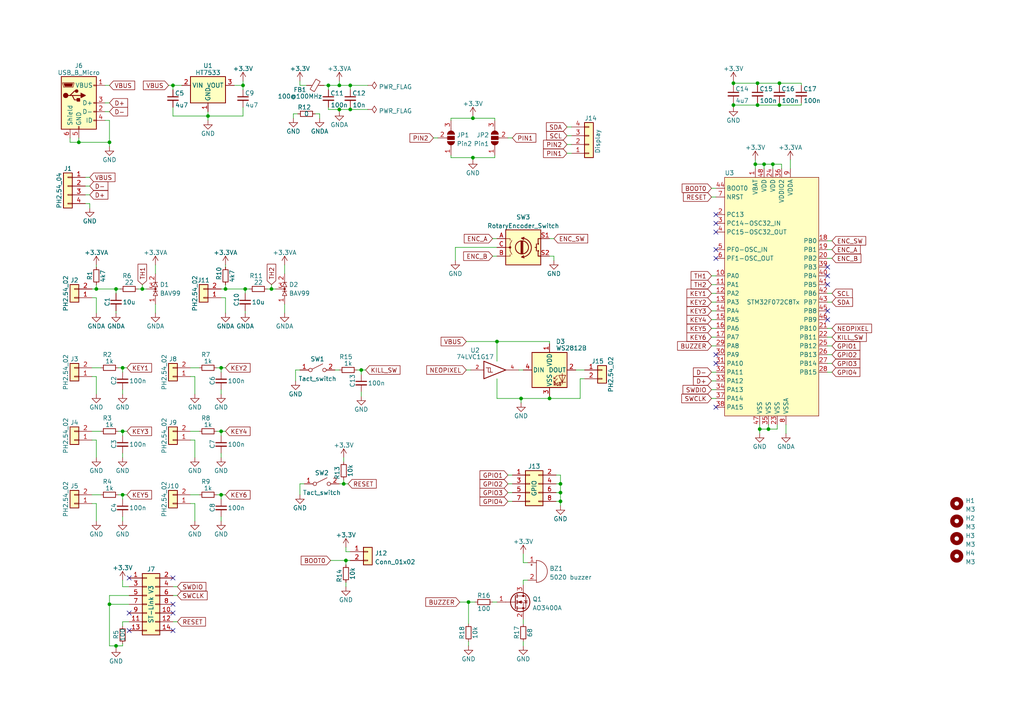
<source format=kicad_sch>
(kicad_sch (version 20211123) (generator eeschema)

  (uuid 79976d84-8f91-4d37-9c84-30893cab9eeb)

  (paper "A4")

  (title_block
    (title "V0 McDisplay")
    (date "2022-10-24")
    (rev "1.0")
  )

  


  (junction (at 60.325 33.655) (diameter 0) (color 0 0 0 0)
    (uuid 0220e260-061b-420b-a6df-891e1ce26009)
  )
  (junction (at 104.775 107.315) (diameter 0) (color 0 0 0 0)
    (uuid 10f3cd3a-88dd-4a8c-b316-01f7ab9c0ae5)
  )
  (junction (at 98.425 24.765) (diameter 0) (color 0 0 0 0)
    (uuid 1409dacc-bd6b-467f-900a-4acd22bb6a35)
  )
  (junction (at 101.6 31.75) (diameter 0) (color 0 0 0 0)
    (uuid 165d4e12-22c6-4bdf-9ede-0890197a73fd)
  )
  (junction (at 70.485 24.765) (diameter 0) (color 0 0 0 0)
    (uuid 1a7bb335-5543-4c67-9aad-65da5d5b7e0f)
  )
  (junction (at 95.25 24.765) (diameter 0) (color 0 0 0 0)
    (uuid 1ef27ea9-f7be-4238-8b33-7ff66216655b)
  )
  (junction (at 100.33 162.56) (diameter 0) (color 0 0 0 0)
    (uuid 36c97575-4957-4c7b-8ca3-327f6037b31a)
  )
  (junction (at 64.135 125.095) (diameter 0) (color 0 0 0 0)
    (uuid 3b4bbbaa-010e-48c4-b47c-e9244a13186f)
  )
  (junction (at 99.695 140.335) (diameter 0) (color 0 0 0 0)
    (uuid 42b49d46-d7ad-4c37-a442-98581f68c372)
  )
  (junction (at 101.6 24.765) (diameter 0) (color 0 0 0 0)
    (uuid 43e826b5-5bd8-48ce-9aa1-73ef5574478d)
  )
  (junction (at 64.135 143.51) (diameter 0) (color 0 0 0 0)
    (uuid 4a3e331b-07cc-4a0f-86d1-17fe93adb80f)
  )
  (junction (at 162.56 145.415) (diameter 0) (color 0 0 0 0)
    (uuid 51dfc8b5-7711-417d-9f1f-45c19956070e)
  )
  (junction (at 33.655 187.325) (diameter 0) (color 0 0 0 0)
    (uuid 5800ddc8-a077-4491-9339-7bd8aca70c75)
  )
  (junction (at 221.615 47.625) (diameter 0) (color 0 0 0 0)
    (uuid 5d95a4a0-bf2b-4e86-9b22-cae976180ed5)
  )
  (junction (at 35.56 106.68) (diameter 0) (color 0 0 0 0)
    (uuid 5eb9247f-74f2-4048-a5d4-e18772feec32)
  )
  (junction (at 71.12 83.82) (diameter 0) (color 0 0 0 0)
    (uuid 6355abff-8354-43e4-906e-a8dea9cd11af)
  )
  (junction (at 35.56 125.095) (diameter 0) (color 0 0 0 0)
    (uuid 642e2721-db0f-40f6-ab17-c89791edde62)
  )
  (junction (at 78.74 83.82) (diameter 0) (color 0 0 0 0)
    (uuid 68f29285-ccd7-4ec6-a975-d50337d27999)
  )
  (junction (at 226.06 24.13) (diameter 0) (color 0 0 0 0)
    (uuid 6f4ec513-9127-406d-ae13-5f3ffe0bf64b)
  )
  (junction (at 27.94 83.82) (diameter 0) (color 0 0 0 0)
    (uuid 76bba421-2622-46db-947f-b990f04f7691)
  )
  (junction (at 33.655 83.82) (diameter 0) (color 0 0 0 0)
    (uuid 77d46c87-1e07-4a79-b71e-6dcc9fe445bc)
  )
  (junction (at 98.425 31.75) (diameter 0) (color 0 0 0 0)
    (uuid 7c6feb1d-f75b-49ad-83a9-cb43a9f92372)
  )
  (junction (at 64.135 106.68) (diameter 0) (color 0 0 0 0)
    (uuid 7f98481f-2ff5-4887-9eef-41b4f5b73042)
  )
  (junction (at 212.725 24.13) (diameter 0) (color 0 0 0 0)
    (uuid 89695990-99f6-42bc-8e48-5a2d04a8ef4a)
  )
  (junction (at 41.275 83.82) (diameter 0) (color 0 0 0 0)
    (uuid 8e51f6b4-90ab-4da0-9eb0-36ad21af3c66)
  )
  (junction (at 137.16 34.29) (diameter 0) (color 0 0 0 0)
    (uuid 8edb475b-abbf-4e4c-9515-f6488bcbd5fe)
  )
  (junction (at 219.71 24.13) (diameter 0) (color 0 0 0 0)
    (uuid 926301ca-987a-447d-bb79-03486c4f1421)
  )
  (junction (at 135.89 174.625) (diameter 0) (color 0 0 0 0)
    (uuid 9809002f-e991-4876-abd9-bafd7e39202f)
  )
  (junction (at 137.16 45.72) (diameter 0) (color 0 0 0 0)
    (uuid 99abfa82-7b98-4ad5-b0dc-cfe2aa5a5b83)
  )
  (junction (at 65.405 83.82) (diameter 0) (color 0 0 0 0)
    (uuid 9c6c4f20-3be7-4b33-8deb-ba0ded099359)
  )
  (junction (at 226.06 30.48) (diameter 0) (color 0 0 0 0)
    (uuid a04aaba5-187f-42b3-a19c-84deed0bfb20)
  )
  (junction (at 151.13 115.57) (diameter 0) (color 0 0 0 0)
    (uuid a6256e66-7c74-4691-828f-6813b7f6ff87)
  )
  (junction (at 31.75 175.26) (diameter 0) (color 0 0 0 0)
    (uuid ab3dd0f7-4662-40e6-883d-c7b5095033fc)
  )
  (junction (at 222.885 124.46) (diameter 0) (color 0 0 0 0)
    (uuid b151459d-79f0-48ef-8744-7df8b7a84239)
  )
  (junction (at 219.71 30.48) (diameter 0) (color 0 0 0 0)
    (uuid b5bd0229-e4c7-48b2-a13a-706091b7af9a)
  )
  (junction (at 224.155 47.625) (diameter 0) (color 0 0 0 0)
    (uuid bdafd286-842c-4283-95f0-87c41b21602c)
  )
  (junction (at 50.165 24.765) (diameter 0) (color 0 0 0 0)
    (uuid bea7b35a-ccb8-4d50-b653-094463a188fe)
  )
  (junction (at 220.345 124.46) (diameter 0) (color 0 0 0 0)
    (uuid cc2a9966-7cde-43b1-af1e-30e51575abd3)
  )
  (junction (at 31.75 41.275) (diameter 0) (color 0 0 0 0)
    (uuid ce2265e5-18fa-4cab-9df6-33b24449332a)
  )
  (junction (at 144.145 99.06) (diameter 0) (color 0 0 0 0)
    (uuid cebf2c03-60a2-4f3b-a215-3942ab27a5e8)
  )
  (junction (at 162.56 140.335) (diameter 0) (color 0 0 0 0)
    (uuid d5b13195-66d4-4c11-b371-2b965c5ed155)
  )
  (junction (at 35.56 143.51) (diameter 0) (color 0 0 0 0)
    (uuid de92bea8-6060-4b44-b4c7-dbfbc72e71b6)
  )
  (junction (at 212.725 30.48) (diameter 0) (color 0 0 0 0)
    (uuid e0c3c183-d6ee-4eb6-9018-8c5413c689ef)
  )
  (junction (at 162.56 142.875) (diameter 0) (color 0 0 0 0)
    (uuid ed46d8a9-7c40-4ddf-8234-17bff3486029)
  )
  (junction (at 219.075 47.625) (diameter 0) (color 0 0 0 0)
    (uuid f5c2bd03-5700-4fa7-b419-2847594e4d68)
  )
  (junction (at 159.385 115.57) (diameter 0) (color 0 0 0 0)
    (uuid f7ba8703-cc72-4a89-8eff-32e24d6cc932)
  )
  (junction (at 22.86 41.275) (diameter 0) (color 0 0 0 0)
    (uuid fc97f04f-207c-4761-bf00-d25f7343664e)
  )

  (no_connect (at 207.645 102.87) (uuid 5d9ea2bf-f51f-4e90-b6b9-f18190d9bd71))
  (no_connect (at 207.645 105.41) (uuid 5d9ea2bf-f51f-4e90-b6b9-f18190d9bd72))
  (no_connect (at 240.03 90.17) (uuid 5d9ea2bf-f51f-4e90-b6b9-f18190d9bd73))
  (no_connect (at 240.03 82.55) (uuid 5d9ea2bf-f51f-4e90-b6b9-f18190d9bd74))
  (no_connect (at 240.03 80.01) (uuid 5d9ea2bf-f51f-4e90-b6b9-f18190d9bd75))
  (no_connect (at 240.03 77.47) (uuid 5d9ea2bf-f51f-4e90-b6b9-f18190d9bd76))
  (no_connect (at 240.03 92.71) (uuid 5d9ea2bf-f51f-4e90-b6b9-f18190d9bd77))
  (no_connect (at 207.645 62.23) (uuid 5d9ea2bf-f51f-4e90-b6b9-f18190d9bd78))
  (no_connect (at 207.645 64.77) (uuid 5d9ea2bf-f51f-4e90-b6b9-f18190d9bd79))
  (no_connect (at 207.645 67.31) (uuid 5d9ea2bf-f51f-4e90-b6b9-f18190d9bd7a))
  (no_connect (at 207.645 72.39) (uuid 5d9ea2bf-f51f-4e90-b6b9-f18190d9bd7b))
  (no_connect (at 207.645 74.93) (uuid 5d9ea2bf-f51f-4e90-b6b9-f18190d9bd7c))
  (no_connect (at 37.465 177.8) (uuid 8628bcd6-49fb-4e70-9b0f-25c27210579c))
  (no_connect (at 37.465 182.88) (uuid 8628bcd6-49fb-4e70-9b0f-25c27210579d))
  (no_connect (at 50.165 182.88) (uuid 8628bcd6-49fb-4e70-9b0f-25c27210579e))
  (no_connect (at 50.165 177.8) (uuid 8628bcd6-49fb-4e70-9b0f-25c27210579f))
  (no_connect (at 50.165 175.26) (uuid 8628bcd6-49fb-4e70-9b0f-25c2721057a0))
  (no_connect (at 50.165 167.64) (uuid 8628bcd6-49fb-4e70-9b0f-25c2721057a1))
  (no_connect (at 37.465 167.64) (uuid 8628bcd6-49fb-4e70-9b0f-25c2721057a2))
  (no_connect (at 207.645 118.11) (uuid ef48bc89-1cec-4ae2-9214-5f156911e127))

  (wire (pts (xy 56.515 151.13) (xy 56.515 146.05))
    (stroke (width 0) (type default) (color 0 0 0 0))
    (uuid 00aabeca-3174-4cb9-8b63-9311f87a2519)
  )
  (wire (pts (xy 130.81 45.085) (xy 130.81 45.72))
    (stroke (width 0) (type default) (color 0 0 0 0))
    (uuid 01b63df4-bcf8-4968-ad09-3368cf3b115c)
  )
  (wire (pts (xy 212.725 30.48) (xy 212.725 31.115))
    (stroke (width 0) (type default) (color 0 0 0 0))
    (uuid 021e8c16-b0af-4324-a079-b999f807ffa1)
  )
  (wire (pts (xy 147.32 142.875) (xy 148.59 142.875))
    (stroke (width 0) (type default) (color 0 0 0 0))
    (uuid 02d767e2-5ab8-44f0-b0ee-1d0e511b3c7c)
  )
  (wire (pts (xy 212.725 24.13) (xy 212.725 24.765))
    (stroke (width 0) (type default) (color 0 0 0 0))
    (uuid 03c649f5-b11e-43e2-a539-ed7852c858af)
  )
  (wire (pts (xy 135.255 99.06) (xy 144.145 99.06))
    (stroke (width 0) (type default) (color 0 0 0 0))
    (uuid 03d7cc02-9062-4a09-abbf-33c005ca66e0)
  )
  (wire (pts (xy 206.375 80.01) (xy 207.645 80.01))
    (stroke (width 0) (type default) (color 0 0 0 0))
    (uuid 046d6c41-efa4-4999-85e6-6fd5cd3478ef)
  )
  (wire (pts (xy 70.485 24.765) (xy 70.485 23.495))
    (stroke (width 0) (type default) (color 0 0 0 0))
    (uuid 06c9acf6-f83a-4c32-9c70-a57e22c3ab14)
  )
  (wire (pts (xy 147.32 40.005) (xy 148.59 40.005))
    (stroke (width 0) (type default) (color 0 0 0 0))
    (uuid 08c87024-df76-46c5-926b-29691ebcf535)
  )
  (wire (pts (xy 206.375 82.55) (xy 207.645 82.55))
    (stroke (width 0) (type default) (color 0 0 0 0))
    (uuid 08f5f3a3-ee13-4d0d-ae72-8ab5e5ce62ee)
  )
  (wire (pts (xy 86.995 140.335) (xy 86.995 143.51))
    (stroke (width 0) (type default) (color 0 0 0 0))
    (uuid 0ba227ec-cee6-4808-b77a-67d51f76ca46)
  )
  (wire (pts (xy 40.005 83.82) (xy 41.275 83.82))
    (stroke (width 0) (type default) (color 0 0 0 0))
    (uuid 0bf8eebe-c7a8-454e-a2b8-7f46feda5415)
  )
  (wire (pts (xy 62.865 106.68) (xy 64.135 106.68))
    (stroke (width 0) (type default) (color 0 0 0 0))
    (uuid 0c21edeb-7ff6-4933-aaee-997617952b55)
  )
  (wire (pts (xy 225.425 123.19) (xy 225.425 124.46))
    (stroke (width 0) (type default) (color 0 0 0 0))
    (uuid 0cfca638-9d9e-4a13-a246-bf3cc545108a)
  )
  (wire (pts (xy 95.25 31.75) (xy 98.425 31.75))
    (stroke (width 0) (type default) (color 0 0 0 0))
    (uuid 0e656df1-fef5-44a8-a974-9bc1f8f766ee)
  )
  (wire (pts (xy 221.615 47.625) (xy 219.075 47.625))
    (stroke (width 0) (type default) (color 0 0 0 0))
    (uuid 11033c76-88a1-42ef-a12b-7e31b7525ee6)
  )
  (wire (pts (xy 159.385 99.06) (xy 159.385 99.695))
    (stroke (width 0) (type default) (color 0 0 0 0))
    (uuid 118fdd3a-d1d1-483b-9575-36c6e27d230e)
  )
  (wire (pts (xy 56.515 132.715) (xy 56.515 127.635))
    (stroke (width 0) (type default) (color 0 0 0 0))
    (uuid 11a676fc-2ee1-4aa7-9b31-f558837f6d85)
  )
  (wire (pts (xy 31.75 34.925) (xy 31.75 41.275))
    (stroke (width 0) (type default) (color 0 0 0 0))
    (uuid 12d5da01-dcbc-409d-b0bd-60c00a9e1ce9)
  )
  (wire (pts (xy 151.765 186.055) (xy 151.765 187.325))
    (stroke (width 0) (type default) (color 0 0 0 0))
    (uuid 13516da1-d289-4fee-b1f8-a714983cccd4)
  )
  (wire (pts (xy 159.385 69.215) (xy 160.655 69.215))
    (stroke (width 0) (type default) (color 0 0 0 0))
    (uuid 1516340c-7813-4a23-bbe1-1364bc48cbf3)
  )
  (wire (pts (xy 147.32 145.415) (xy 148.59 145.415))
    (stroke (width 0) (type default) (color 0 0 0 0))
    (uuid 152d4deb-72c2-491a-80f3-da2efca39d0f)
  )
  (wire (pts (xy 100.33 160.02) (xy 101.6 160.02))
    (stroke (width 0) (type default) (color 0 0 0 0))
    (uuid 16599dcc-d9b2-4414-89cc-bc8feadaa67c)
  )
  (wire (pts (xy 168.275 109.855) (xy 169.545 109.855))
    (stroke (width 0) (type default) (color 0 0 0 0))
    (uuid 1693e165-b331-4c8c-80c4-6d74ffd6fdb4)
  )
  (wire (pts (xy 100.33 162.56) (xy 100.33 163.83))
    (stroke (width 0) (type default) (color 0 0 0 0))
    (uuid 180eaed8-3566-44f3-941c-4e8d6df4da33)
  )
  (wire (pts (xy 206.375 115.57) (xy 207.645 115.57))
    (stroke (width 0) (type default) (color 0 0 0 0))
    (uuid 1b7945da-f2cb-405b-8ce4-75ca1c5dba8d)
  )
  (wire (pts (xy 41.275 83.82) (xy 42.545 83.82))
    (stroke (width 0) (type default) (color 0 0 0 0))
    (uuid 1b97dcc5-6d24-41cc-9821-60d5638274a7)
  )
  (wire (pts (xy 219.71 24.13) (xy 219.71 24.765))
    (stroke (width 0) (type default) (color 0 0 0 0))
    (uuid 1c340598-46cc-45de-b09e-f51246f1b002)
  )
  (wire (pts (xy 27.94 127.635) (xy 26.67 127.635))
    (stroke (width 0) (type default) (color 0 0 0 0))
    (uuid 1c82b0cf-11d7-4dab-b51e-50e8e9f270b5)
  )
  (wire (pts (xy 240.03 97.79) (xy 241.3 97.79))
    (stroke (width 0) (type default) (color 0 0 0 0))
    (uuid 1cde744e-d5fb-4c01-8fb5-dc22837192c1)
  )
  (wire (pts (xy 71.12 83.82) (xy 71.12 85.09))
    (stroke (width 0) (type default) (color 0 0 0 0))
    (uuid 1ce5e46d-d17b-42d3-bc2e-3159b655447f)
  )
  (wire (pts (xy 206.375 100.33) (xy 207.645 100.33))
    (stroke (width 0) (type default) (color 0 0 0 0))
    (uuid 1d711b5b-b94d-46fc-8f84-5bdfe01eeb9e)
  )
  (wire (pts (xy 33.655 83.82) (xy 33.655 85.09))
    (stroke (width 0) (type default) (color 0 0 0 0))
    (uuid 1d95f8af-053d-4b84-94c6-f74e3f50b624)
  )
  (wire (pts (xy 100.33 168.91) (xy 100.33 170.18))
    (stroke (width 0) (type default) (color 0 0 0 0))
    (uuid 1db89d6d-f3d5-4f5e-aa52-9c73ba0dbe6b)
  )
  (wire (pts (xy 232.41 30.48) (xy 226.06 30.48))
    (stroke (width 0) (type default) (color 0 0 0 0))
    (uuid 1dc3c819-dcd6-4034-a0fc-910db6593c04)
  )
  (wire (pts (xy 27.94 86.36) (xy 26.67 86.36))
    (stroke (width 0) (type default) (color 0 0 0 0))
    (uuid 2141d0e8-0ffb-4aeb-b1c6-507c3374d574)
  )
  (wire (pts (xy 55.245 125.095) (xy 57.785 125.095))
    (stroke (width 0) (type default) (color 0 0 0 0))
    (uuid 2165b140-beb7-48c5-8daa-df559a08d00d)
  )
  (wire (pts (xy 95.25 24.765) (xy 95.25 26.035))
    (stroke (width 0) (type default) (color 0 0 0 0))
    (uuid 219ba52f-2629-4b1e-9012-306fabb59b94)
  )
  (wire (pts (xy 161.29 137.795) (xy 162.56 137.795))
    (stroke (width 0) (type default) (color 0 0 0 0))
    (uuid 23f6d062-eead-4cf2-9a36-bbe73de45fa3)
  )
  (wire (pts (xy 30.48 24.765) (xy 31.75 24.765))
    (stroke (width 0) (type default) (color 0 0 0 0))
    (uuid 23f975c0-4069-4c4f-b1de-bf62b26e0d78)
  )
  (wire (pts (xy 206.375 113.03) (xy 207.645 113.03))
    (stroke (width 0) (type default) (color 0 0 0 0))
    (uuid 24a9ac84-a8b4-4cf6-a350-8e2d538324da)
  )
  (wire (pts (xy 82.55 88.265) (xy 82.55 90.805))
    (stroke (width 0) (type default) (color 0 0 0 0))
    (uuid 24f07cd3-df17-41f9-b143-cc323af6c316)
  )
  (wire (pts (xy 225.425 124.46) (xy 222.885 124.46))
    (stroke (width 0) (type default) (color 0 0 0 0))
    (uuid 25e0f18e-4555-413c-a81a-bb1f754916eb)
  )
  (wire (pts (xy 26.67 83.82) (xy 27.94 83.82))
    (stroke (width 0) (type default) (color 0 0 0 0))
    (uuid 2681f51b-083f-4b94-8b32-8bccb2f00249)
  )
  (wire (pts (xy 24.765 59.055) (xy 26.035 59.055))
    (stroke (width 0) (type default) (color 0 0 0 0))
    (uuid 268bc98c-80ff-4e4b-8b45-ac54d922a201)
  )
  (wire (pts (xy 35.56 168.275) (xy 35.56 170.18))
    (stroke (width 0) (type default) (color 0 0 0 0))
    (uuid 280ce43a-4105-4c4d-9ced-e036b6d70130)
  )
  (wire (pts (xy 56.515 114.3) (xy 56.515 109.22))
    (stroke (width 0) (type default) (color 0 0 0 0))
    (uuid 2836baa8-807c-4552-b0a9-d3943126877f)
  )
  (wire (pts (xy 97.155 107.315) (xy 98.425 107.315))
    (stroke (width 0) (type default) (color 0 0 0 0))
    (uuid 29612022-cc21-4e75-8766-4227fbf2d742)
  )
  (wire (pts (xy 226.06 24.13) (xy 219.71 24.13))
    (stroke (width 0) (type default) (color 0 0 0 0))
    (uuid 2a0a124b-518b-4a56-992d-43b1c877b734)
  )
  (wire (pts (xy 151.765 168.275) (xy 153.035 168.275))
    (stroke (width 0) (type default) (color 0 0 0 0))
    (uuid 2a4310d4-aff4-4d4c-aa5d-ff74a665613c)
  )
  (wire (pts (xy 45.085 76.835) (xy 45.085 79.375))
    (stroke (width 0) (type default) (color 0 0 0 0))
    (uuid 2ae59b7c-229a-4977-916a-99b283b9c4cb)
  )
  (wire (pts (xy 95.25 31.115) (xy 95.25 31.75))
    (stroke (width 0) (type default) (color 0 0 0 0))
    (uuid 2c47e52f-a6a1-40f9-9968-f6eacb1522e8)
  )
  (wire (pts (xy 159.385 114.935) (xy 159.385 115.57))
    (stroke (width 0) (type default) (color 0 0 0 0))
    (uuid 2cd74a8a-d8f1-4017-9676-9bf784579ff8)
  )
  (wire (pts (xy 101.6 31.75) (xy 106.68 31.75))
    (stroke (width 0) (type default) (color 0 0 0 0))
    (uuid 2d32e6ae-a04b-4858-8e07-fd7dfdee221a)
  )
  (wire (pts (xy 219.075 46.355) (xy 219.075 47.625))
    (stroke (width 0) (type default) (color 0 0 0 0))
    (uuid 2dd1b0aa-f5d1-4c78-9f9d-1992313d4807)
  )
  (wire (pts (xy 212.725 29.845) (xy 212.725 30.48))
    (stroke (width 0) (type default) (color 0 0 0 0))
    (uuid 307309ad-2c17-4e55-85b2-8b250accd7be)
  )
  (wire (pts (xy 34.29 143.51) (xy 35.56 143.51))
    (stroke (width 0) (type default) (color 0 0 0 0))
    (uuid 32254d0c-c6d4-4f95-a72b-dfea6c960aa2)
  )
  (wire (pts (xy 151.13 115.57) (xy 159.385 115.57))
    (stroke (width 0) (type default) (color 0 0 0 0))
    (uuid 33157e89-635c-4885-8e8a-eae0e64712da)
  )
  (wire (pts (xy 159.385 74.295) (xy 160.655 74.295))
    (stroke (width 0) (type default) (color 0 0 0 0))
    (uuid 334abcb6-acc8-4fbe-bafa-50f679165a99)
  )
  (wire (pts (xy 26.67 125.095) (xy 29.21 125.095))
    (stroke (width 0) (type default) (color 0 0 0 0))
    (uuid 337d04ff-9611-494a-9ff6-8613e8153ef7)
  )
  (wire (pts (xy 35.56 131.445) (xy 35.56 132.715))
    (stroke (width 0) (type default) (color 0 0 0 0))
    (uuid 36ba9318-8ec5-49f6-9a56-91bb281532e1)
  )
  (wire (pts (xy 27.94 76.835) (xy 27.94 77.47))
    (stroke (width 0) (type default) (color 0 0 0 0))
    (uuid 390a2deb-dd82-4a43-8d34-8aa8f2aa1681)
  )
  (wire (pts (xy 88.265 140.335) (xy 86.995 140.335))
    (stroke (width 0) (type default) (color 0 0 0 0))
    (uuid 391d46db-304d-4c28-80cf-6eaf2d8797a8)
  )
  (wire (pts (xy 240.03 105.41) (xy 241.3 105.41))
    (stroke (width 0) (type default) (color 0 0 0 0))
    (uuid 3be6c0b5-d520-4f88-826e-b60907e542b6)
  )
  (wire (pts (xy 35.56 149.86) (xy 35.56 151.13))
    (stroke (width 0) (type default) (color 0 0 0 0))
    (uuid 3c526efa-6be6-4ca0-a42e-c1e29230ee42)
  )
  (wire (pts (xy 222.885 124.46) (xy 220.345 124.46))
    (stroke (width 0) (type default) (color 0 0 0 0))
    (uuid 3ca9d6be-2bdd-454e-abc4-750d40012096)
  )
  (wire (pts (xy 60.325 33.655) (xy 70.485 33.655))
    (stroke (width 0) (type default) (color 0 0 0 0))
    (uuid 3d884453-9654-4117-8c8b-a16b71a905dc)
  )
  (wire (pts (xy 164.465 44.45) (xy 165.735 44.45))
    (stroke (width 0) (type default) (color 0 0 0 0))
    (uuid 3dc8d9da-6ba8-4d4a-8b6a-59c5fe0a08ba)
  )
  (wire (pts (xy 219.71 24.13) (xy 212.725 24.13))
    (stroke (width 0) (type default) (color 0 0 0 0))
    (uuid 3e5ccf94-ce8c-4f63-ac33-afe9427cf37d)
  )
  (wire (pts (xy 65.405 86.36) (xy 64.135 86.36))
    (stroke (width 0) (type default) (color 0 0 0 0))
    (uuid 3ead846c-f429-46d3-9064-3a23995362a8)
  )
  (wire (pts (xy 50.165 24.765) (xy 52.705 24.765))
    (stroke (width 0) (type default) (color 0 0 0 0))
    (uuid 3ef09023-9351-4d1b-938f-89c4850dff93)
  )
  (wire (pts (xy 206.375 90.17) (xy 207.645 90.17))
    (stroke (width 0) (type default) (color 0 0 0 0))
    (uuid 3fceab2e-8476-40cf-b52c-54c3b09e33f5)
  )
  (wire (pts (xy 64.135 131.445) (xy 64.135 132.715))
    (stroke (width 0) (type default) (color 0 0 0 0))
    (uuid 418b711d-52a2-4b0c-8d80-8628c25f8a1e)
  )
  (wire (pts (xy 45.085 88.265) (xy 45.085 90.805))
    (stroke (width 0) (type default) (color 0 0 0 0))
    (uuid 4192b171-6552-4f65-b89b-28512cb973d2)
  )
  (wire (pts (xy 137.16 45.72) (xy 137.16 46.355))
    (stroke (width 0) (type default) (color 0 0 0 0))
    (uuid 41ba74a1-5360-4d58-85f1-860bb5a77053)
  )
  (wire (pts (xy 64.135 113.03) (xy 64.135 114.3))
    (stroke (width 0) (type default) (color 0 0 0 0))
    (uuid 41efdb02-fe34-4850-ad89-0c9cc2924464)
  )
  (wire (pts (xy 64.135 83.82) (xy 65.405 83.82))
    (stroke (width 0) (type default) (color 0 0 0 0))
    (uuid 42dd3600-27df-4809-92a2-8c1b55e59759)
  )
  (wire (pts (xy 30.48 34.925) (xy 31.75 34.925))
    (stroke (width 0) (type default) (color 0 0 0 0))
    (uuid 44f8ea39-e982-4e42-8e2f-cb14d45fbdc7)
  )
  (wire (pts (xy 35.56 187.325) (xy 35.56 186.69))
    (stroke (width 0) (type default) (color 0 0 0 0))
    (uuid 452beeda-56e6-4b93-818a-c6c373b3c46a)
  )
  (wire (pts (xy 85.09 34.29) (xy 85.09 33.02))
    (stroke (width 0) (type default) (color 0 0 0 0))
    (uuid 45535240-17b2-4531-95e0-849431087235)
  )
  (wire (pts (xy 50.165 180.34) (xy 51.435 180.34))
    (stroke (width 0) (type default) (color 0 0 0 0))
    (uuid 46201563-2b66-4f1c-9755-a2c66502f7c5)
  )
  (wire (pts (xy 99.695 139.065) (xy 99.695 140.335))
    (stroke (width 0) (type default) (color 0 0 0 0))
    (uuid 46bc22f5-81d4-4eba-a6f5-94e1ce7936d4)
  )
  (wire (pts (xy 35.56 143.51) (xy 36.83 143.51))
    (stroke (width 0) (type default) (color 0 0 0 0))
    (uuid 473c07b8-9010-4ddd-98bc-f1fc33d3553c)
  )
  (wire (pts (xy 70.485 24.765) (xy 70.485 26.035))
    (stroke (width 0) (type default) (color 0 0 0 0))
    (uuid 4770858a-4110-4d30-943c-3e16420fea33)
  )
  (wire (pts (xy 144.145 99.06) (xy 159.385 99.06))
    (stroke (width 0) (type default) (color 0 0 0 0))
    (uuid 47e41fbc-b26f-4826-80ae-89d415cf8fa8)
  )
  (wire (pts (xy 35.56 180.34) (xy 35.56 181.61))
    (stroke (width 0) (type default) (color 0 0 0 0))
    (uuid 492c05ec-9dae-40d4-b09c-021bdc8c0d6f)
  )
  (wire (pts (xy 86.995 107.315) (xy 85.725 107.315))
    (stroke (width 0) (type default) (color 0 0 0 0))
    (uuid 4b79c396-726d-47e5-ac89-c689dfa80357)
  )
  (wire (pts (xy 22.86 40.005) (xy 22.86 41.275))
    (stroke (width 0) (type default) (color 0 0 0 0))
    (uuid 4c57f90b-d23f-4063-b5df-3678aedd4149)
  )
  (wire (pts (xy 48.895 24.765) (xy 50.165 24.765))
    (stroke (width 0) (type default) (color 0 0 0 0))
    (uuid 4e825871-7ae8-4943-a004-0e5cd3635a1f)
  )
  (wire (pts (xy 95.885 162.56) (xy 100.33 162.56))
    (stroke (width 0) (type default) (color 0 0 0 0))
    (uuid 50385451-c8ab-433c-96d7-a522e14ca2cd)
  )
  (wire (pts (xy 143.51 34.29) (xy 143.51 34.925))
    (stroke (width 0) (type default) (color 0 0 0 0))
    (uuid 50e60928-bcef-4125-8419-aca8993baab1)
  )
  (wire (pts (xy 135.255 107.315) (xy 136.525 107.315))
    (stroke (width 0) (type default) (color 0 0 0 0))
    (uuid 51d675be-6262-4e1c-a4b5-ac31c5e640fc)
  )
  (wire (pts (xy 27.94 109.22) (xy 26.67 109.22))
    (stroke (width 0) (type default) (color 0 0 0 0))
    (uuid 51dd4a4c-4473-4516-9b6e-1848bdcf028f)
  )
  (wire (pts (xy 24.765 53.975) (xy 26.035 53.975))
    (stroke (width 0) (type default) (color 0 0 0 0))
    (uuid 52796064-5773-4861-b780-3aa841d35fe8)
  )
  (wire (pts (xy 24.765 51.435) (xy 26.035 51.435))
    (stroke (width 0) (type default) (color 0 0 0 0))
    (uuid 52e0cdc5-336d-4d3b-9a3b-f6929f0e4a11)
  )
  (wire (pts (xy 125.73 40.005) (xy 127 40.005))
    (stroke (width 0) (type default) (color 0 0 0 0))
    (uuid 53b377d8-988c-4948-a51c-1f6e86e871f8)
  )
  (wire (pts (xy 35.56 170.18) (xy 37.465 170.18))
    (stroke (width 0) (type default) (color 0 0 0 0))
    (uuid 53e899c8-a6ba-4491-868d-e1d29f09fb3c)
  )
  (wire (pts (xy 64.135 143.51) (xy 65.405 143.51))
    (stroke (width 0) (type default) (color 0 0 0 0))
    (uuid 54d7eb13-830b-46cb-b5a2-8c1154e99919)
  )
  (wire (pts (xy 41.275 82.55) (xy 41.275 83.82))
    (stroke (width 0) (type default) (color 0 0 0 0))
    (uuid 55b23cbf-d6e3-43e0-9024-6b1e78e3e7eb)
  )
  (wire (pts (xy 24.765 56.515) (xy 26.035 56.515))
    (stroke (width 0) (type default) (color 0 0 0 0))
    (uuid 571b94f7-c0d6-401a-82fc-6e02088e37b3)
  )
  (wire (pts (xy 64.135 143.51) (xy 64.135 144.78))
    (stroke (width 0) (type default) (color 0 0 0 0))
    (uuid 5750b0de-c1cf-475c-bbce-10a0b194a478)
  )
  (wire (pts (xy 64.135 125.095) (xy 65.405 125.095))
    (stroke (width 0) (type default) (color 0 0 0 0))
    (uuid 577edfab-a079-4c0a-b0ff-6234c418dff2)
  )
  (wire (pts (xy 62.865 125.095) (xy 64.135 125.095))
    (stroke (width 0) (type default) (color 0 0 0 0))
    (uuid 586a5b9b-d927-4c7c-b2a3-cbf42c0bf7f3)
  )
  (wire (pts (xy 56.515 127.635) (xy 55.245 127.635))
    (stroke (width 0) (type default) (color 0 0 0 0))
    (uuid 58e4ae1d-1be2-41df-a04d-77f670794a04)
  )
  (wire (pts (xy 78.74 82.55) (xy 78.74 83.82))
    (stroke (width 0) (type default) (color 0 0 0 0))
    (uuid 5a4c159c-b118-415a-989b-87fcd60df9c0)
  )
  (wire (pts (xy 220.345 123.19) (xy 220.345 124.46))
    (stroke (width 0) (type default) (color 0 0 0 0))
    (uuid 5ae57af6-e538-46d4-8152-bf201c02b1f3)
  )
  (wire (pts (xy 162.56 145.415) (xy 162.56 146.685))
    (stroke (width 0) (type default) (color 0 0 0 0))
    (uuid 5b6a8682-dade-413c-b319-d38f65513a78)
  )
  (wire (pts (xy 95.25 24.765) (xy 98.425 24.765))
    (stroke (width 0) (type default) (color 0 0 0 0))
    (uuid 5c038e8c-304d-45bd-b4c6-5d39a553fce5)
  )
  (wire (pts (xy 219.075 47.625) (xy 219.075 48.895))
    (stroke (width 0) (type default) (color 0 0 0 0))
    (uuid 5c26b5c4-9073-4a66-9942-fc790e58d8f1)
  )
  (wire (pts (xy 64.135 149.86) (xy 64.135 151.13))
    (stroke (width 0) (type default) (color 0 0 0 0))
    (uuid 5c8fa4ac-7abc-4d73-a97c-4d3c46915f76)
  )
  (wire (pts (xy 35.56 106.68) (xy 36.83 106.68))
    (stroke (width 0) (type default) (color 0 0 0 0))
    (uuid 5d1e1a5f-3c57-42dd-bde9-c81ae2441190)
  )
  (wire (pts (xy 55.245 106.68) (xy 57.785 106.68))
    (stroke (width 0) (type default) (color 0 0 0 0))
    (uuid 5dc83004-ff4a-4ff0-b0e5-55d1e0a460f2)
  )
  (wire (pts (xy 220.345 124.46) (xy 220.345 125.73))
    (stroke (width 0) (type default) (color 0 0 0 0))
    (uuid 5ea1bab6-088d-47e8-9f23-cfe2c7dd9ab0)
  )
  (wire (pts (xy 67.945 24.765) (xy 70.485 24.765))
    (stroke (width 0) (type default) (color 0 0 0 0))
    (uuid 5f94c688-5598-4f4e-928b-38ee2aaf3137)
  )
  (wire (pts (xy 70.485 33.655) (xy 70.485 31.115))
    (stroke (width 0) (type default) (color 0 0 0 0))
    (uuid 60349bb6-d2e0-4c3c-8e88-cfb2f5782a9c)
  )
  (wire (pts (xy 206.375 87.63) (xy 207.645 87.63))
    (stroke (width 0) (type default) (color 0 0 0 0))
    (uuid 60c3aedd-1d62-4e80-aa04-323b3e332939)
  )
  (wire (pts (xy 161.29 142.875) (xy 162.56 142.875))
    (stroke (width 0) (type default) (color 0 0 0 0))
    (uuid 60df6a75-4189-4a8f-84ed-d5e7c1b57845)
  )
  (wire (pts (xy 206.375 95.25) (xy 207.645 95.25))
    (stroke (width 0) (type default) (color 0 0 0 0))
    (uuid 61a4d53d-5613-4fd2-81bc-ae6ed358f2c7)
  )
  (wire (pts (xy 31.75 41.275) (xy 31.75 42.545))
    (stroke (width 0) (type default) (color 0 0 0 0))
    (uuid 61c001b0-8d1e-457b-abb7-18b62d0098ff)
  )
  (wire (pts (xy 226.695 47.625) (xy 224.155 47.625))
    (stroke (width 0) (type default) (color 0 0 0 0))
    (uuid 646503b2-e708-41db-ad47-a61a3e1b430e)
  )
  (wire (pts (xy 164.465 36.83) (xy 165.735 36.83))
    (stroke (width 0) (type default) (color 0 0 0 0))
    (uuid 64a06435-5c13-47bc-856f-bdcb862f93e6)
  )
  (wire (pts (xy 55.245 143.51) (xy 57.785 143.51))
    (stroke (width 0) (type default) (color 0 0 0 0))
    (uuid 64c42771-05b1-4466-ad11-b61d1edfbf4c)
  )
  (wire (pts (xy 142.875 174.625) (xy 144.145 174.625))
    (stroke (width 0) (type default) (color 0 0 0 0))
    (uuid 6522ca2c-b2b8-434f-a4b1-4637aefc53f0)
  )
  (wire (pts (xy 31.75 172.72) (xy 31.75 175.26))
    (stroke (width 0) (type default) (color 0 0 0 0))
    (uuid 66180810-a7e8-444b-900f-5f1f0a805983)
  )
  (wire (pts (xy 33.655 90.17) (xy 33.655 90.805))
    (stroke (width 0) (type default) (color 0 0 0 0))
    (uuid 67fe45c3-aba1-44c4-a340-39a02cdd485a)
  )
  (wire (pts (xy 64.135 106.68) (xy 65.405 106.68))
    (stroke (width 0) (type default) (color 0 0 0 0))
    (uuid 68a9d5a6-ce44-481c-8a38-6a0ab7aea8c6)
  )
  (wire (pts (xy 144.145 71.755) (xy 132.08 71.755))
    (stroke (width 0) (type default) (color 0 0 0 0))
    (uuid 68c991b6-a074-4ec5-a19b-bb43e0b3231c)
  )
  (wire (pts (xy 93.98 24.765) (xy 95.25 24.765))
    (stroke (width 0) (type default) (color 0 0 0 0))
    (uuid 6a41b91a-dfbe-43ac-aae9-2f892d097f55)
  )
  (wire (pts (xy 222.885 123.19) (xy 222.885 124.46))
    (stroke (width 0) (type default) (color 0 0 0 0))
    (uuid 6a8cd4fd-fa79-41c7-b922-eb6c8822f98c)
  )
  (wire (pts (xy 212.725 23.495) (xy 212.725 24.13))
    (stroke (width 0) (type default) (color 0 0 0 0))
    (uuid 6ac484f6-f3a1-41bb-8a03-8c4da4c8d97d)
  )
  (wire (pts (xy 56.515 109.22) (xy 55.245 109.22))
    (stroke (width 0) (type default) (color 0 0 0 0))
    (uuid 6b2795d5-10ce-4474-94e5-c5b74bfc8372)
  )
  (wire (pts (xy 34.29 106.68) (xy 35.56 106.68))
    (stroke (width 0) (type default) (color 0 0 0 0))
    (uuid 6bb98df9-716c-4eeb-8d00-3a3495eadfc3)
  )
  (wire (pts (xy 153.035 163.195) (xy 151.765 163.195))
    (stroke (width 0) (type default) (color 0 0 0 0))
    (uuid 6bbd7d0f-dfac-4027-8b23-de4789556c1e)
  )
  (wire (pts (xy 65.405 82.55) (xy 65.405 83.82))
    (stroke (width 0) (type default) (color 0 0 0 0))
    (uuid 6bbe0912-ae11-4b19-82a9-6e1830652d5e)
  )
  (wire (pts (xy 27.94 90.805) (xy 27.94 86.36))
    (stroke (width 0) (type default) (color 0 0 0 0))
    (uuid 6d941b4a-e8a5-461f-b016-aba781e29410)
  )
  (wire (pts (xy 62.865 143.51) (xy 64.135 143.51))
    (stroke (width 0) (type default) (color 0 0 0 0))
    (uuid 6e7f55f8-8ec6-4093-b499-15f6ad510ba6)
  )
  (wire (pts (xy 226.06 30.48) (xy 219.71 30.48))
    (stroke (width 0) (type default) (color 0 0 0 0))
    (uuid 6edcc29c-c4bb-4e8f-8f38-052b351959ae)
  )
  (wire (pts (xy 240.03 69.85) (xy 241.3 69.85))
    (stroke (width 0) (type default) (color 0 0 0 0))
    (uuid 6f7df446-68fa-486a-a2e4-239bc5865572)
  )
  (wire (pts (xy 137.16 34.29) (xy 143.51 34.29))
    (stroke (width 0) (type default) (color 0 0 0 0))
    (uuid 711dd3dc-50aa-4833-930c-981b2bbae5a4)
  )
  (wire (pts (xy 64.135 125.095) (xy 64.135 126.365))
    (stroke (width 0) (type default) (color 0 0 0 0))
    (uuid 725f3228-109c-4209-b90c-126dcd76532c)
  )
  (wire (pts (xy 206.375 92.71) (xy 207.645 92.71))
    (stroke (width 0) (type default) (color 0 0 0 0))
    (uuid 750872b4-c85e-42d1-a0c8-4e28b27fb0b0)
  )
  (wire (pts (xy 65.405 76.835) (xy 65.405 77.47))
    (stroke (width 0) (type default) (color 0 0 0 0))
    (uuid 76095016-d2d4-43d8-804b-246f228291e5)
  )
  (wire (pts (xy 161.29 145.415) (xy 162.56 145.415))
    (stroke (width 0) (type default) (color 0 0 0 0))
    (uuid 7633f42b-f97b-4052-b63a-ce40cb525d85)
  )
  (wire (pts (xy 240.03 102.87) (xy 241.3 102.87))
    (stroke (width 0) (type default) (color 0 0 0 0))
    (uuid 764297be-c8d9-434c-9266-ef13c08cc1da)
  )
  (wire (pts (xy 64.135 106.68) (xy 64.135 107.95))
    (stroke (width 0) (type default) (color 0 0 0 0))
    (uuid 78b130b8-8c32-43b0-a001-65869d6bbf80)
  )
  (wire (pts (xy 167.005 107.315) (xy 169.545 107.315))
    (stroke (width 0) (type default) (color 0 0 0 0))
    (uuid 79bbf529-ee18-4d6c-899c-2f40492fb0e1)
  )
  (wire (pts (xy 104.775 107.315) (xy 106.045 107.315))
    (stroke (width 0) (type default) (color 0 0 0 0))
    (uuid 7a275359-79dc-435e-8254-b13fd02e7a84)
  )
  (wire (pts (xy 142.875 69.215) (xy 144.145 69.215))
    (stroke (width 0) (type default) (color 0 0 0 0))
    (uuid 7ba7679b-79e7-45e3-8d74-d1f0c709bcdf)
  )
  (wire (pts (xy 27.94 146.05) (xy 26.67 146.05))
    (stroke (width 0) (type default) (color 0 0 0 0))
    (uuid 7bbafd1a-b41e-420b-9624-6bf180d91e1d)
  )
  (wire (pts (xy 27.94 151.13) (xy 27.94 146.05))
    (stroke (width 0) (type default) (color 0 0 0 0))
    (uuid 7bcccb2e-7d36-4d71-a596-8c890d829e94)
  )
  (wire (pts (xy 240.03 107.95) (xy 241.3 107.95))
    (stroke (width 0) (type default) (color 0 0 0 0))
    (uuid 7c98eb49-7cc6-43be-9c28-b1f4f5c9b003)
  )
  (wire (pts (xy 224.155 47.625) (xy 224.155 48.895))
    (stroke (width 0) (type default) (color 0 0 0 0))
    (uuid 7dbc06df-11b3-4707-8b25-e8c18055faab)
  )
  (wire (pts (xy 31.75 187.325) (xy 33.655 187.325))
    (stroke (width 0) (type default) (color 0 0 0 0))
    (uuid 7fa33881-ad3f-4fcb-a62e-590a3ca87f75)
  )
  (wire (pts (xy 240.03 72.39) (xy 241.3 72.39))
    (stroke (width 0) (type default) (color 0 0 0 0))
    (uuid 80bd9b29-b680-4326-bbc5-21a2080d9aaf)
  )
  (wire (pts (xy 33.655 187.325) (xy 33.655 187.96))
    (stroke (width 0) (type default) (color 0 0 0 0))
    (uuid 817c15cb-4371-4c5a-8c93-2d941d901964)
  )
  (wire (pts (xy 22.86 41.275) (xy 31.75 41.275))
    (stroke (width 0) (type default) (color 0 0 0 0))
    (uuid 82445fc5-8b5f-446f-9548-d31a1ec4f30d)
  )
  (wire (pts (xy 65.405 83.82) (xy 71.12 83.82))
    (stroke (width 0) (type default) (color 0 0 0 0))
    (uuid 84faf49c-b5b6-4b6e-a4ac-1c322eb2f352)
  )
  (wire (pts (xy 26.67 106.68) (xy 29.21 106.68))
    (stroke (width 0) (type default) (color 0 0 0 0))
    (uuid 852803e2-c097-40d1-a0d6-7743903059db)
  )
  (wire (pts (xy 144.145 115.57) (xy 151.13 115.57))
    (stroke (width 0) (type default) (color 0 0 0 0))
    (uuid 86410d8c-4ba6-4a8c-ac71-d1a20044ca2c)
  )
  (wire (pts (xy 206.375 107.95) (xy 207.645 107.95))
    (stroke (width 0) (type default) (color 0 0 0 0))
    (uuid 878dd9f3-237f-4500-8487-03e757350b86)
  )
  (wire (pts (xy 98.425 140.335) (xy 99.695 140.335))
    (stroke (width 0) (type default) (color 0 0 0 0))
    (uuid 8826f282-c6b7-4786-9332-f9682f40c731)
  )
  (wire (pts (xy 219.71 29.845) (xy 219.71 30.48))
    (stroke (width 0) (type default) (color 0 0 0 0))
    (uuid 89daee5c-bfd1-4945-b368-3d13a0c0fc8d)
  )
  (wire (pts (xy 130.81 34.925) (xy 130.81 34.29))
    (stroke (width 0) (type default) (color 0 0 0 0))
    (uuid 8ae05c43-7a06-41ea-85f1-29163a007398)
  )
  (wire (pts (xy 130.81 45.72) (xy 137.16 45.72))
    (stroke (width 0) (type default) (color 0 0 0 0))
    (uuid 8b652a5d-25bc-4789-a811-4da2b7eb31c9)
  )
  (wire (pts (xy 98.425 31.75) (xy 101.6 31.75))
    (stroke (width 0) (type default) (color 0 0 0 0))
    (uuid 8b69b48d-d196-41e0-8d29-9db2bc072db0)
  )
  (wire (pts (xy 33.655 83.82) (xy 34.925 83.82))
    (stroke (width 0) (type default) (color 0 0 0 0))
    (uuid 8c5d9f72-3b98-4fd7-8d22-a0fb41e487f7)
  )
  (wire (pts (xy 60.325 32.385) (xy 60.325 33.655))
    (stroke (width 0) (type default) (color 0 0 0 0))
    (uuid 8d1998da-36cb-4e02-8790-5a857dba4dc5)
  )
  (wire (pts (xy 144.145 109.855) (xy 144.145 115.57))
    (stroke (width 0) (type default) (color 0 0 0 0))
    (uuid 8d785f4f-f616-442b-b774-23060c93bbb7)
  )
  (wire (pts (xy 162.56 140.335) (xy 162.56 142.875))
    (stroke (width 0) (type default) (color 0 0 0 0))
    (uuid 8e1a90ab-5a1f-4de8-bb84-5af2defc17a3)
  )
  (wire (pts (xy 30.48 29.845) (xy 31.75 29.845))
    (stroke (width 0) (type default) (color 0 0 0 0))
    (uuid 8e668beb-2069-4469-a859-3781727abb05)
  )
  (wire (pts (xy 168.275 115.57) (xy 168.275 109.855))
    (stroke (width 0) (type default) (color 0 0 0 0))
    (uuid 8e6b8422-588e-442d-817f-47677a48a413)
  )
  (wire (pts (xy 151.765 169.545) (xy 151.765 168.275))
    (stroke (width 0) (type default) (color 0 0 0 0))
    (uuid 8e834334-137e-4cda-a394-042da25e6a61)
  )
  (wire (pts (xy 35.56 106.68) (xy 35.56 107.95))
    (stroke (width 0) (type default) (color 0 0 0 0))
    (uuid 8f3f70ea-434b-46d1-aa09-b79903b78f9b)
  )
  (wire (pts (xy 159.385 115.57) (xy 168.275 115.57))
    (stroke (width 0) (type default) (color 0 0 0 0))
    (uuid 8f61db54-db59-4631-b5fa-2013669b099c)
  )
  (wire (pts (xy 27.94 83.82) (xy 33.655 83.82))
    (stroke (width 0) (type default) (color 0 0 0 0))
    (uuid 90f50a2d-7776-41cf-ade0-526134b66151)
  )
  (wire (pts (xy 206.375 57.15) (xy 207.645 57.15))
    (stroke (width 0) (type default) (color 0 0 0 0))
    (uuid 912948c7-f05d-4b83-8301-4acd2988ed1f)
  )
  (wire (pts (xy 92.71 33.02) (xy 91.44 33.02))
    (stroke (width 0) (type default) (color 0 0 0 0))
    (uuid 932f644a-ffe1-44cf-b45d-feed8ead1ba9)
  )
  (wire (pts (xy 27.94 132.715) (xy 27.94 127.635))
    (stroke (width 0) (type default) (color 0 0 0 0))
    (uuid 97807684-8fd4-4b2b-a655-c7a50fac93f3)
  )
  (wire (pts (xy 37.465 172.72) (xy 31.75 172.72))
    (stroke (width 0) (type default) (color 0 0 0 0))
    (uuid 97e625f7-d3dd-4892-86f8-bed90d95bcfd)
  )
  (wire (pts (xy 206.375 54.61) (xy 207.645 54.61))
    (stroke (width 0) (type default) (color 0 0 0 0))
    (uuid 988b2b0c-b17e-4f5f-9f8e-2ab6c95c6c29)
  )
  (wire (pts (xy 50.165 24.765) (xy 50.165 26.035))
    (stroke (width 0) (type default) (color 0 0 0 0))
    (uuid 9a5e085b-54d9-483a-af51-c3c6318a3b95)
  )
  (wire (pts (xy 104.775 113.665) (xy 104.775 114.935))
    (stroke (width 0) (type default) (color 0 0 0 0))
    (uuid 9e914300-de24-4789-8128-2e0dbb334c7a)
  )
  (wire (pts (xy 151.765 179.705) (xy 151.765 180.975))
    (stroke (width 0) (type default) (color 0 0 0 0))
    (uuid a639c123-38e7-4ff6-a822-e1066cae13c7)
  )
  (wire (pts (xy 99.695 140.335) (xy 100.965 140.335))
    (stroke (width 0) (type default) (color 0 0 0 0))
    (uuid a9fd13b3-2af5-4369-9b7b-9b69fffeca87)
  )
  (wire (pts (xy 85.09 33.02) (xy 86.36 33.02))
    (stroke (width 0) (type default) (color 0 0 0 0))
    (uuid aab81cb0-95c3-417b-a4a4-488b3b1ee518)
  )
  (wire (pts (xy 161.29 140.335) (xy 162.56 140.335))
    (stroke (width 0) (type default) (color 0 0 0 0))
    (uuid abea7b4c-52c1-4143-80db-2e865bb322dd)
  )
  (wire (pts (xy 50.165 172.72) (xy 51.435 172.72))
    (stroke (width 0) (type default) (color 0 0 0 0))
    (uuid ad3eb13b-30e3-4fe2-ba13-58b97d21b924)
  )
  (wire (pts (xy 206.375 97.79) (xy 207.645 97.79))
    (stroke (width 0) (type default) (color 0 0 0 0))
    (uuid ae67120d-963d-42d4-8aff-f815cde85357)
  )
  (wire (pts (xy 101.6 24.765) (xy 106.68 24.765))
    (stroke (width 0) (type default) (color 0 0 0 0))
    (uuid aed270cf-14bf-40ed-bb29-8a474db4982f)
  )
  (wire (pts (xy 240.03 100.33) (xy 241.3 100.33))
    (stroke (width 0) (type default) (color 0 0 0 0))
    (uuid b2931cef-150c-4a23-91a2-efb54bddde78)
  )
  (wire (pts (xy 135.89 174.625) (xy 137.795 174.625))
    (stroke (width 0) (type default) (color 0 0 0 0))
    (uuid b3893c1e-8203-4ccd-9413-08d1b18d323c)
  )
  (wire (pts (xy 135.89 186.055) (xy 135.89 187.325))
    (stroke (width 0) (type default) (color 0 0 0 0))
    (uuid b3a1be80-daa8-46ad-a3a8-022f793e2018)
  )
  (wire (pts (xy 221.615 47.625) (xy 221.615 48.895))
    (stroke (width 0) (type default) (color 0 0 0 0))
    (uuid b49f987c-ce27-4c3b-bd88-51ca11b11ca9)
  )
  (wire (pts (xy 50.165 170.18) (xy 51.435 170.18))
    (stroke (width 0) (type default) (color 0 0 0 0))
    (uuid b8b1baf6-f030-4e10-be94-31de5bac56e5)
  )
  (wire (pts (xy 143.51 45.72) (xy 143.51 45.085))
    (stroke (width 0) (type default) (color 0 0 0 0))
    (uuid b8debde1-fb64-4350-873a-21be1aafc54b)
  )
  (wire (pts (xy 35.56 125.095) (xy 35.56 126.365))
    (stroke (width 0) (type default) (color 0 0 0 0))
    (uuid b94c48a0-6da5-4608-be45-ba95007ad9bd)
  )
  (wire (pts (xy 35.56 125.095) (xy 36.83 125.095))
    (stroke (width 0) (type default) (color 0 0 0 0))
    (uuid bc49e852-8cfd-4c2e-92ea-8d4a23e57200)
  )
  (wire (pts (xy 71.12 90.17) (xy 71.12 90.805))
    (stroke (width 0) (type default) (color 0 0 0 0))
    (uuid bddb7ab8-e9a3-4881-aa44-4d5ab0a9c767)
  )
  (wire (pts (xy 151.13 115.57) (xy 151.13 116.84))
    (stroke (width 0) (type default) (color 0 0 0 0))
    (uuid c021b4f3-f397-41c0-9314-d3b66c378a64)
  )
  (wire (pts (xy 103.505 107.315) (xy 104.775 107.315))
    (stroke (width 0) (type default) (color 0 0 0 0))
    (uuid c11982f4-df1c-4f59-9109-222fd0b6824a)
  )
  (wire (pts (xy 33.655 187.325) (xy 35.56 187.325))
    (stroke (width 0) (type default) (color 0 0 0 0))
    (uuid c1b6f4c6-05f0-4464-8c9b-eb6be801b617)
  )
  (wire (pts (xy 98.425 31.75) (xy 98.425 32.385))
    (stroke (width 0) (type default) (color 0 0 0 0))
    (uuid c244255f-3c30-4831-a5f2-4b8f135bb8ba)
  )
  (wire (pts (xy 142.875 74.295) (xy 144.145 74.295))
    (stroke (width 0) (type default) (color 0 0 0 0))
    (uuid c36a1727-65fb-41d4-9d76-a3a03e4452b2)
  )
  (wire (pts (xy 35.56 143.51) (xy 35.56 144.78))
    (stroke (width 0) (type default) (color 0 0 0 0))
    (uuid c4deaeb4-fa62-4138-a16f-a12e12101ec3)
  )
  (wire (pts (xy 50.165 31.115) (xy 50.165 33.655))
    (stroke (width 0) (type default) (color 0 0 0 0))
    (uuid c5883fec-10fa-4a75-b6ca-8aa159d85a27)
  )
  (wire (pts (xy 162.56 137.795) (xy 162.56 140.335))
    (stroke (width 0) (type default) (color 0 0 0 0))
    (uuid c5b3f382-96e7-48b4-9703-eaca7dc06fbe)
  )
  (wire (pts (xy 219.71 30.48) (xy 212.725 30.48))
    (stroke (width 0) (type default) (color 0 0 0 0))
    (uuid c5b54cbe-8ee8-4e8d-ac2f-0a34c572dee7)
  )
  (wire (pts (xy 35.56 113.03) (xy 35.56 114.3))
    (stroke (width 0) (type default) (color 0 0 0 0))
    (uuid c89e25ad-77cd-4944-9758-56aa3048ce57)
  )
  (wire (pts (xy 130.81 34.29) (xy 137.16 34.29))
    (stroke (width 0) (type default) (color 0 0 0 0))
    (uuid c904cb80-1c86-49d2-b17b-28063b6dda98)
  )
  (wire (pts (xy 135.89 174.625) (xy 135.89 180.975))
    (stroke (width 0) (type default) (color 0 0 0 0))
    (uuid cbb92735-e4e7-4d61-99a2-9dc3cfe88078)
  )
  (wire (pts (xy 31.75 175.26) (xy 31.75 187.325))
    (stroke (width 0) (type default) (color 0 0 0 0))
    (uuid cce412a9-d839-4c04-9aaf-e85c9ad4af12)
  )
  (wire (pts (xy 151.765 163.195) (xy 151.765 160.655))
    (stroke (width 0) (type default) (color 0 0 0 0))
    (uuid cd785017-a984-4d25-885b-c5cdb6e71d4e)
  )
  (wire (pts (xy 144.145 99.06) (xy 144.145 104.775))
    (stroke (width 0) (type default) (color 0 0 0 0))
    (uuid cd9849f2-233a-47d3-83d3-db29f132a18a)
  )
  (wire (pts (xy 232.41 24.765) (xy 232.41 24.13))
    (stroke (width 0) (type default) (color 0 0 0 0))
    (uuid ce27825a-94ce-46eb-94be-512983503342)
  )
  (wire (pts (xy 71.12 83.82) (xy 72.39 83.82))
    (stroke (width 0) (type default) (color 0 0 0 0))
    (uuid ce3a9522-661c-4f40-8a2a-58f400e6f873)
  )
  (wire (pts (xy 31.75 175.26) (xy 37.465 175.26))
    (stroke (width 0) (type default) (color 0 0 0 0))
    (uuid ce5e5b31-3295-4a4d-8a27-580883cc43b8)
  )
  (wire (pts (xy 99.695 132.715) (xy 99.695 133.985))
    (stroke (width 0) (type default) (color 0 0 0 0))
    (uuid cefe7853-d988-4b45-9520-7b716df3d034)
  )
  (wire (pts (xy 77.47 83.82) (xy 78.74 83.82))
    (stroke (width 0) (type default) (color 0 0 0 0))
    (uuid cfa470f5-4252-4dd8-bc3c-f9bfbb36ecbb)
  )
  (wire (pts (xy 30.48 32.385) (xy 31.75 32.385))
    (stroke (width 0) (type default) (color 0 0 0 0))
    (uuid cfaf893a-a98c-4ce2-a16a-481235d73733)
  )
  (wire (pts (xy 85.725 107.315) (xy 85.725 110.49))
    (stroke (width 0) (type default) (color 0 0 0 0))
    (uuid cff82105-99d4-435d-9f7e-e927f4b01e53)
  )
  (wire (pts (xy 226.695 48.895) (xy 226.695 47.625))
    (stroke (width 0) (type default) (color 0 0 0 0))
    (uuid d1561d71-f60f-4223-9104-41c6e1d757ab)
  )
  (wire (pts (xy 232.41 24.13) (xy 226.06 24.13))
    (stroke (width 0) (type default) (color 0 0 0 0))
    (uuid d1e326ab-4267-4285-acbb-6cc2019043ba)
  )
  (wire (pts (xy 137.16 45.72) (xy 143.51 45.72))
    (stroke (width 0) (type default) (color 0 0 0 0))
    (uuid d207a8f5-362f-4bd8-a017-1074a5a659c6)
  )
  (wire (pts (xy 101.6 31.75) (xy 101.6 31.115))
    (stroke (width 0) (type default) (color 0 0 0 0))
    (uuid d3215203-e807-4b62-ba8b-be6a3b3be8cb)
  )
  (wire (pts (xy 104.775 107.315) (xy 104.775 108.585))
    (stroke (width 0) (type default) (color 0 0 0 0))
    (uuid d3de45f8-89ea-4dca-8827-5ac86cf1e580)
  )
  (wire (pts (xy 226.06 24.13) (xy 226.06 24.765))
    (stroke (width 0) (type default) (color 0 0 0 0))
    (uuid d4770119-ad29-4dc5-8ef8-44ceb4008ed3)
  )
  (wire (pts (xy 206.375 85.09) (xy 207.645 85.09))
    (stroke (width 0) (type default) (color 0 0 0 0))
    (uuid d4b1b102-7f7a-4540-af0d-546c7dcf4eda)
  )
  (wire (pts (xy 98.425 23.495) (xy 98.425 24.765))
    (stroke (width 0) (type default) (color 0 0 0 0))
    (uuid d8516b7e-4fce-4634-a3eb-0faa020b586f)
  )
  (wire (pts (xy 150.495 107.315) (xy 151.765 107.315))
    (stroke (width 0) (type default) (color 0 0 0 0))
    (uuid da8dedf6-cad8-4768-b423-cc66fd13b941)
  )
  (wire (pts (xy 147.32 137.795) (xy 148.59 137.795))
    (stroke (width 0) (type default) (color 0 0 0 0))
    (uuid db32f0a6-57c1-4c64-a372-16acd502145d)
  )
  (wire (pts (xy 240.03 95.25) (xy 241.3 95.25))
    (stroke (width 0) (type default) (color 0 0 0 0))
    (uuid dc1e6e9c-4479-49f1-aefb-d1e0816f3740)
  )
  (wire (pts (xy 162.56 142.875) (xy 162.56 145.415))
    (stroke (width 0) (type default) (color 0 0 0 0))
    (uuid dcd3a6e5-11ac-455b-93fd-321c812ce020)
  )
  (wire (pts (xy 92.71 34.29) (xy 92.71 33.02))
    (stroke (width 0) (type default) (color 0 0 0 0))
    (uuid deb5f8e6-48c6-4015-b589-511e140269df)
  )
  (wire (pts (xy 147.32 140.335) (xy 148.59 140.335))
    (stroke (width 0) (type default) (color 0 0 0 0))
    (uuid e194529a-e739-4628-8019-455439a8e9ee)
  )
  (wire (pts (xy 26.67 143.51) (xy 29.21 143.51))
    (stroke (width 0) (type default) (color 0 0 0 0))
    (uuid e1fa18f9-a947-4548-92fc-b168fe28609d)
  )
  (wire (pts (xy 56.515 146.05) (xy 55.245 146.05))
    (stroke (width 0) (type default) (color 0 0 0 0))
    (uuid e28610f8-453f-4ad0-85b7-c74a0ae36af5)
  )
  (wire (pts (xy 232.41 29.845) (xy 232.41 30.48))
    (stroke (width 0) (type default) (color 0 0 0 0))
    (uuid e29a1208-da51-43c6-a200-7798edfea2a2)
  )
  (wire (pts (xy 82.55 76.835) (xy 82.55 79.375))
    (stroke (width 0) (type default) (color 0 0 0 0))
    (uuid e2f77e0d-5327-4001-9a21-e062841e6b47)
  )
  (wire (pts (xy 100.33 162.56) (xy 101.6 162.56))
    (stroke (width 0) (type default) (color 0 0 0 0))
    (uuid e404c0e7-f8b1-416b-a702-9af5d8cf0441)
  )
  (wire (pts (xy 240.03 74.93) (xy 241.3 74.93))
    (stroke (width 0) (type default) (color 0 0 0 0))
    (uuid e42774a5-44ca-4538-9b97-e647996a613b)
  )
  (wire (pts (xy 86.995 24.765) (xy 86.995 23.495))
    (stroke (width 0) (type default) (color 0 0 0 0))
    (uuid e4707b6a-318b-4193-b6ef-5f2d697e019f)
  )
  (wire (pts (xy 100.33 158.75) (xy 100.33 160.02))
    (stroke (width 0) (type default) (color 0 0 0 0))
    (uuid e5be682c-fb58-4282-b144-7eaeb87327ce)
  )
  (wire (pts (xy 137.16 33.655) (xy 137.16 34.29))
    (stroke (width 0) (type default) (color 0 0 0 0))
    (uuid e717dee0-f072-48a0-a9e1-6165fe91c5af)
  )
  (wire (pts (xy 132.08 71.755) (xy 132.08 75.565))
    (stroke (width 0) (type default) (color 0 0 0 0))
    (uuid e724471e-9acb-45e9-9dea-63ad215b888b)
  )
  (wire (pts (xy 60.325 33.655) (xy 60.325 34.925))
    (stroke (width 0) (type default) (color 0 0 0 0))
    (uuid e7f8f386-db75-4f73-9a55-dc29dd429934)
  )
  (wire (pts (xy 78.74 83.82) (xy 80.01 83.82))
    (stroke (width 0) (type default) (color 0 0 0 0))
    (uuid e841997c-772c-4d09-ab31-ea0dfbac2840)
  )
  (wire (pts (xy 101.6 24.765) (xy 101.6 26.035))
    (stroke (width 0) (type default) (color 0 0 0 0))
    (uuid e8ba6d18-9ad8-41da-9932-eaff7b1636ad)
  )
  (wire (pts (xy 20.32 41.275) (xy 22.86 41.275))
    (stroke (width 0) (type default) (color 0 0 0 0))
    (uuid e94b1dd1-9d3b-443c-a122-fd17fa7112b4)
  )
  (wire (pts (xy 50.165 33.655) (xy 60.325 33.655))
    (stroke (width 0) (type default) (color 0 0 0 0))
    (uuid ea8e46d1-1661-4821-a35f-8abc88580e0b)
  )
  (wire (pts (xy 227.965 123.19) (xy 227.965 125.73))
    (stroke (width 0) (type default) (color 0 0 0 0))
    (uuid edb82aa8-20d4-477e-9e21-e03b6a793809)
  )
  (wire (pts (xy 65.405 90.805) (xy 65.405 86.36))
    (stroke (width 0) (type default) (color 0 0 0 0))
    (uuid eeb67424-824d-4910-981f-f2ef9ab45c4e)
  )
  (wire (pts (xy 34.29 125.095) (xy 35.56 125.095))
    (stroke (width 0) (type default) (color 0 0 0 0))
    (uuid efb324db-7345-45e3-83cd-d514cd86dc9a)
  )
  (wire (pts (xy 37.465 180.34) (xy 35.56 180.34))
    (stroke (width 0) (type default) (color 0 0 0 0))
    (uuid f02540ac-d2af-4b01-a6ad-8cd30a2f9d4b)
  )
  (wire (pts (xy 26.035 59.055) (xy 26.035 60.325))
    (stroke (width 0) (type default) (color 0 0 0 0))
    (uuid f03220f0-df17-435a-b87c-f339ce28f64b)
  )
  (wire (pts (xy 164.465 39.37) (xy 165.735 39.37))
    (stroke (width 0) (type default) (color 0 0 0 0))
    (uuid f2156f7a-5753-4fea-a2f2-8a6c23550505)
  )
  (wire (pts (xy 206.375 110.49) (xy 207.645 110.49))
    (stroke (width 0) (type default) (color 0 0 0 0))
    (uuid f24484df-21b0-4f96-b453-b756e4a0ff1a)
  )
  (wire (pts (xy 226.06 29.845) (xy 226.06 30.48))
    (stroke (width 0) (type default) (color 0 0 0 0))
    (uuid f2b327a6-e2f6-40fc-abbd-37af90511c6a)
  )
  (wire (pts (xy 20.32 40.005) (xy 20.32 41.275))
    (stroke (width 0) (type default) (color 0 0 0 0))
    (uuid f38be447-2a47-4f1a-a1fc-827cbca6b4bc)
  )
  (wire (pts (xy 98.425 24.765) (xy 101.6 24.765))
    (stroke (width 0) (type default) (color 0 0 0 0))
    (uuid f5beec21-639d-45bf-a0ff-78744db85ede)
  )
  (wire (pts (xy 240.03 87.63) (xy 241.3 87.63))
    (stroke (width 0) (type default) (color 0 0 0 0))
    (uuid f725e907-d45c-4a29-b075-09641867df35)
  )
  (wire (pts (xy 164.465 41.91) (xy 165.735 41.91))
    (stroke (width 0) (type default) (color 0 0 0 0))
    (uuid f9299859-ea87-418a-801b-9ea00ed7a718)
  )
  (wire (pts (xy 160.655 74.295) (xy 160.655 75.565))
    (stroke (width 0) (type default) (color 0 0 0 0))
    (uuid fa8cb0e5-ae0e-436e-a49a-380eb64fe11e)
  )
  (wire (pts (xy 229.235 46.355) (xy 229.235 48.895))
    (stroke (width 0) (type default) (color 0 0 0 0))
    (uuid fa92dcd9-a432-4b11-a3d1-9ea6c4f48a5b)
  )
  (wire (pts (xy 133.35 174.625) (xy 135.89 174.625))
    (stroke (width 0) (type default) (color 0 0 0 0))
    (uuid fad5f93e-adee-47ba-abb0-6f8e929599b1)
  )
  (wire (pts (xy 88.9 24.765) (xy 86.995 24.765))
    (stroke (width 0) (type default) (color 0 0 0 0))
    (uuid fad7e750-fdc0-4fb3-b028-126d72abf585)
  )
  (wire (pts (xy 240.03 85.09) (xy 241.3 85.09))
    (stroke (width 0) (type default) (color 0 0 0 0))
    (uuid fb27db09-9fd6-431d-ac9f-0b13bb88a151)
  )
  (wire (pts (xy 27.94 114.3) (xy 27.94 109.22))
    (stroke (width 0) (type default) (color 0 0 0 0))
    (uuid fbabffea-409b-49aa-b129-fd97d6310417)
  )
  (wire (pts (xy 224.155 47.625) (xy 221.615 47.625))
    (stroke (width 0) (type default) (color 0 0 0 0))
    (uuid fcf0d2d2-8794-4661-a9c1-9e90d5951268)
  )
  (wire (pts (xy 27.94 82.55) (xy 27.94 83.82))
    (stroke (width 0) (type default) (color 0 0 0 0))
    (uuid fe5bb1ce-19dc-4f31-9f15-ec568e4cf72c)
  )

  (global_label "BUZZER" (shape input) (at 206.375 100.33 180) (fields_autoplaced)
    (effects (font (size 1.27 1.27)) (justify right))
    (uuid 03246f72-a279-4a00-8646-c29dfdd72f4f)
    (property "Intersheet References" "${INTERSHEET_REFS}" (id 0) (at 196.5233 100.2506 0)
      (effects (font (size 1.27 1.27)) (justify right) hide)
    )
  )
  (global_label "D+" (shape input) (at 26.035 56.515 0) (fields_autoplaced)
    (effects (font (size 1.27 1.27)) (justify left))
    (uuid 09f001ba-901b-4c86-834e-75189d97e9e7)
    (property "Intersheet References" "${INTERSHEET_REFS}" (id 0) (at 31.2905 56.4356 0)
      (effects (font (size 1.27 1.27)) (justify left) hide)
    )
  )
  (global_label "TH1" (shape input) (at 41.275 82.55 90) (fields_autoplaced)
    (effects (font (size 1.27 1.27)) (justify left))
    (uuid 0a63d10d-b4d1-4f29-a5bd-f52564b12c9d)
    (property "Intersheet References" "${INTERSHEET_REFS}" (id 0) (at 41.1956 76.6293 90)
      (effects (font (size 1.27 1.27)) (justify left) hide)
    )
  )
  (global_label "KILL_SW" (shape input) (at 106.045 107.315 0) (fields_autoplaced)
    (effects (font (size 1.27 1.27)) (justify left))
    (uuid 0ad7e191-ff52-4633-b10f-542cbfbea3cd)
    (property "Intersheet References" "${INTERSHEET_REFS}" (id 0) (at 116.0176 107.2356 0)
      (effects (font (size 1.27 1.27)) (justify left) hide)
    )
  )
  (global_label "SWDIO" (shape input) (at 206.375 113.03 180) (fields_autoplaced)
    (effects (font (size 1.27 1.27)) (justify right))
    (uuid 0c83d374-2443-487f-9e32-097137434dd4)
    (property "Intersheet References" "${INTERSHEET_REFS}" (id 0) (at 198.0957 112.9506 0)
      (effects (font (size 1.27 1.27)) (justify right) hide)
    )
  )
  (global_label "VBUS" (shape input) (at 31.75 24.765 0) (fields_autoplaced)
    (effects (font (size 1.27 1.27)) (justify left))
    (uuid 0e211a61-37cf-427f-b714-1de5743d7b60)
    (property "Intersheet References" "${INTERSHEET_REFS}" (id 0) (at 39.0617 24.6856 0)
      (effects (font (size 1.27 1.27)) (justify left) hide)
    )
  )
  (global_label "NEOPIXEL" (shape input) (at 135.255 107.315 180) (fields_autoplaced)
    (effects (font (size 1.27 1.27)) (justify right))
    (uuid 0e31b8eb-0018-44c4-ad59-947a44787628)
    (property "Intersheet References" "${INTERSHEET_REFS}" (id 0) (at 123.7705 107.2356 0)
      (effects (font (size 1.27 1.27)) (justify right) hide)
    )
  )
  (global_label "GPIO3" (shape input) (at 241.3 105.41 0) (fields_autoplaced)
    (effects (font (size 1.27 1.27)) (justify left))
    (uuid 10f82a14-a25d-42e1-8fb9-29b7b5b5cb50)
    (property "Intersheet References" "${INTERSHEET_REFS}" (id 0) (at 249.3979 105.3306 0)
      (effects (font (size 1.27 1.27)) (justify left) hide)
    )
  )
  (global_label "KEY1" (shape input) (at 36.83 106.68 0) (fields_autoplaced)
    (effects (font (size 1.27 1.27)) (justify left))
    (uuid 1173cce1-dd67-4bb7-afc8-1e9b3bfd69d8)
    (property "Intersheet References" "${INTERSHEET_REFS}" (id 0) (at 43.9602 106.6006 0)
      (effects (font (size 1.27 1.27)) (justify left) hide)
    )
  )
  (global_label "SDA" (shape input) (at 164.465 36.83 180) (fields_autoplaced)
    (effects (font (size 1.27 1.27)) (justify right))
    (uuid 160fac1f-9e68-4921-b6fe-07405f6e896f)
    (property "Intersheet References" "${INTERSHEET_REFS}" (id 0) (at 158.4838 36.7506 0)
      (effects (font (size 1.27 1.27)) (justify right) hide)
    )
  )
  (global_label "D+" (shape input) (at 31.75 29.845 0) (fields_autoplaced)
    (effects (font (size 1.27 1.27)) (justify left))
    (uuid 1cc6b99e-efe8-451e-b2f2-d302b4434d23)
    (property "Intersheet References" "${INTERSHEET_REFS}" (id 0) (at 37.0055 29.7656 0)
      (effects (font (size 1.27 1.27)) (justify left) hide)
    )
  )
  (global_label "PIN1" (shape input) (at 164.465 44.45 180) (fields_autoplaced)
    (effects (font (size 1.27 1.27)) (justify right))
    (uuid 25cdb8ec-cd8c-4152-872a-f89bebeb6a72)
    (property "Intersheet References" "${INTERSHEET_REFS}" (id 0) (at 157.6371 44.3706 0)
      (effects (font (size 1.27 1.27)) (justify right) hide)
    )
  )
  (global_label "ENC_SW" (shape input) (at 160.655 69.215 0) (fields_autoplaced)
    (effects (font (size 1.27 1.27)) (justify left))
    (uuid 2775a622-b789-4122-8339-e0bb84bdabc7)
    (property "Intersheet References" "${INTERSHEET_REFS}" (id 0) (at 170.4462 69.1356 0)
      (effects (font (size 1.27 1.27)) (justify left) hide)
    )
  )
  (global_label "KEY3" (shape input) (at 36.83 125.095 0) (fields_autoplaced)
    (effects (font (size 1.27 1.27)) (justify left))
    (uuid 2c06e596-e1a9-4db5-a1c9-a72eb761061d)
    (property "Intersheet References" "${INTERSHEET_REFS}" (id 0) (at 43.9602 125.0156 0)
      (effects (font (size 1.27 1.27)) (justify left) hide)
    )
  )
  (global_label "ENC_SW" (shape input) (at 241.3 69.85 0) (fields_autoplaced)
    (effects (font (size 1.27 1.27)) (justify left))
    (uuid 2cbf31b9-26a1-4351-b2e8-477da761811a)
    (property "Intersheet References" "${INTERSHEET_REFS}" (id 0) (at 251.0912 69.7706 0)
      (effects (font (size 1.27 1.27)) (justify left) hide)
    )
  )
  (global_label "SCL" (shape input) (at 164.465 39.37 180) (fields_autoplaced)
    (effects (font (size 1.27 1.27)) (justify right))
    (uuid 2eca2dbe-d828-4c03-89dc-aa502a472e4b)
    (property "Intersheet References" "${INTERSHEET_REFS}" (id 0) (at 158.5443 39.2906 0)
      (effects (font (size 1.27 1.27)) (justify right) hide)
    )
  )
  (global_label "KEY4" (shape input) (at 206.375 92.71 180) (fields_autoplaced)
    (effects (font (size 1.27 1.27)) (justify right))
    (uuid 2f1e690f-0622-4825-9c8f-d7966bfca886)
    (property "Intersheet References" "${INTERSHEET_REFS}" (id 0) (at 199.2448 92.6306 0)
      (effects (font (size 1.27 1.27)) (justify right) hide)
    )
  )
  (global_label "GPIO4" (shape input) (at 241.3 107.95 0) (fields_autoplaced)
    (effects (font (size 1.27 1.27)) (justify left))
    (uuid 3f14c43d-6c9f-4e0e-9305-a7c2761122a3)
    (property "Intersheet References" "${INTERSHEET_REFS}" (id 0) (at 249.3979 107.8706 0)
      (effects (font (size 1.27 1.27)) (justify left) hide)
    )
  )
  (global_label "PIN2" (shape input) (at 164.465 41.91 180) (fields_autoplaced)
    (effects (font (size 1.27 1.27)) (justify right))
    (uuid 4274100b-f066-450c-bc47-cac337fcdf7a)
    (property "Intersheet References" "${INTERSHEET_REFS}" (id 0) (at 157.6371 41.8306 0)
      (effects (font (size 1.27 1.27)) (justify right) hide)
    )
  )
  (global_label "GPIO1" (shape input) (at 241.3 100.33 0) (fields_autoplaced)
    (effects (font (size 1.27 1.27)) (justify left))
    (uuid 4562bb85-a030-4747-a151-f0a3062624bc)
    (property "Intersheet References" "${INTERSHEET_REFS}" (id 0) (at 249.3979 100.2506 0)
      (effects (font (size 1.27 1.27)) (justify left) hide)
    )
  )
  (global_label "D+" (shape input) (at 206.375 110.49 180) (fields_autoplaced)
    (effects (font (size 1.27 1.27)) (justify right))
    (uuid 49c58756-8bc1-4d0a-ac7d-288699275a24)
    (property "Intersheet References" "${INTERSHEET_REFS}" (id 0) (at 201.1195 110.4106 0)
      (effects (font (size 1.27 1.27)) (justify right) hide)
    )
  )
  (global_label "GPIO4" (shape input) (at 147.32 145.415 180) (fields_autoplaced)
    (effects (font (size 1.27 1.27)) (justify right))
    (uuid 4cbad385-0543-444b-b015-014f7fc7c6f9)
    (property "Intersheet References" "${INTERSHEET_REFS}" (id 0) (at 139.2221 145.3356 0)
      (effects (font (size 1.27 1.27)) (justify right) hide)
    )
  )
  (global_label "KEY2" (shape input) (at 65.405 106.68 0) (fields_autoplaced)
    (effects (font (size 1.27 1.27)) (justify left))
    (uuid 54c2e8d2-857a-4786-85f3-ee909b99135f)
    (property "Intersheet References" "${INTERSHEET_REFS}" (id 0) (at 72.5352 106.6006 0)
      (effects (font (size 1.27 1.27)) (justify left) hide)
    )
  )
  (global_label "SWCLK" (shape input) (at 206.375 115.57 180) (fields_autoplaced)
    (effects (font (size 1.27 1.27)) (justify right))
    (uuid 579089a8-f938-41ae-b8bd-64670789564c)
    (property "Intersheet References" "${INTERSHEET_REFS}" (id 0) (at 197.7329 115.4906 0)
      (effects (font (size 1.27 1.27)) (justify right) hide)
    )
  )
  (global_label "D-" (shape input) (at 206.375 107.95 180) (fields_autoplaced)
    (effects (font (size 1.27 1.27)) (justify right))
    (uuid 60d2ae27-2164-45e8-bc34-e309881784ae)
    (property "Intersheet References" "${INTERSHEET_REFS}" (id 0) (at 201.1195 107.8706 0)
      (effects (font (size 1.27 1.27)) (justify right) hide)
    )
  )
  (global_label "ENC_A" (shape input) (at 142.875 69.215 180) (fields_autoplaced)
    (effects (font (size 1.27 1.27)) (justify right))
    (uuid 62219fba-8f96-4d6c-baec-8b78086f73fa)
    (property "Intersheet References" "${INTERSHEET_REFS}" (id 0) (at 134.6562 69.1356 0)
      (effects (font (size 1.27 1.27)) (justify right) hide)
    )
  )
  (global_label "KILL_SW" (shape input) (at 241.3 97.79 0) (fields_autoplaced)
    (effects (font (size 1.27 1.27)) (justify left))
    (uuid 6399a606-7d14-43d6-b37a-2699449ef90f)
    (property "Intersheet References" "${INTERSHEET_REFS}" (id 0) (at 251.2726 97.7106 0)
      (effects (font (size 1.27 1.27)) (justify left) hide)
    )
  )
  (global_label "RESET" (shape input) (at 206.375 57.15 180) (fields_autoplaced)
    (effects (font (size 1.27 1.27)) (justify right))
    (uuid 69348b01-3464-43ac-aeac-ab77cdbae1d8)
    (property "Intersheet References" "${INTERSHEET_REFS}" (id 0) (at 198.2167 57.2294 0)
      (effects (font (size 1.27 1.27)) (justify right) hide)
    )
  )
  (global_label "SCL" (shape input) (at 241.3 85.09 0) (fields_autoplaced)
    (effects (font (size 1.27 1.27)) (justify left))
    (uuid 711b5c72-45c0-40a4-a59f-9fc2bca8f8a7)
    (property "Intersheet References" "${INTERSHEET_REFS}" (id 0) (at 247.2207 85.0106 0)
      (effects (font (size 1.27 1.27)) (justify left) hide)
    )
  )
  (global_label "ENC_B" (shape input) (at 241.3 74.93 0) (fields_autoplaced)
    (effects (font (size 1.27 1.27)) (justify left))
    (uuid 74bff451-f358-4dc7-9785-4b85aee3df58)
    (property "Intersheet References" "${INTERSHEET_REFS}" (id 0) (at 249.7002 74.8506 0)
      (effects (font (size 1.27 1.27)) (justify left) hide)
    )
  )
  (global_label "KEY2" (shape input) (at 206.375 87.63 180) (fields_autoplaced)
    (effects (font (size 1.27 1.27)) (justify right))
    (uuid 777af99f-0091-492f-bdf1-2a7ea3a45714)
    (property "Intersheet References" "${INTERSHEET_REFS}" (id 0) (at 199.2448 87.5506 0)
      (effects (font (size 1.27 1.27)) (justify right) hide)
    )
  )
  (global_label "KEY1" (shape input) (at 206.375 85.09 180) (fields_autoplaced)
    (effects (font (size 1.27 1.27)) (justify right))
    (uuid 7aa3203f-b15d-42e2-ae46-f0b1bcf2672e)
    (property "Intersheet References" "${INTERSHEET_REFS}" (id 0) (at 199.2448 85.0106 0)
      (effects (font (size 1.27 1.27)) (justify right) hide)
    )
  )
  (global_label "TH2" (shape input) (at 206.375 82.55 180) (fields_autoplaced)
    (effects (font (size 1.27 1.27)) (justify right))
    (uuid 7b93c2fe-1d26-4329-bdf7-b881a6bca1e6)
    (property "Intersheet References" "${INTERSHEET_REFS}" (id 0) (at 200.4543 82.4706 0)
      (effects (font (size 1.27 1.27)) (justify right) hide)
    )
  )
  (global_label "BUZZER" (shape input) (at 133.35 174.625 180) (fields_autoplaced)
    (effects (font (size 1.27 1.27)) (justify right))
    (uuid 9b0bea3a-58ff-4326-ba7f-193fe09b8bf1)
    (property "Intersheet References" "${INTERSHEET_REFS}" (id 0) (at 123.4983 174.5456 0)
      (effects (font (size 1.27 1.27)) (justify right) hide)
    )
  )
  (global_label "KEY3" (shape input) (at 206.375 90.17 180) (fields_autoplaced)
    (effects (font (size 1.27 1.27)) (justify right))
    (uuid a4a85d1a-5223-4779-8eeb-608b3d6d96fb)
    (property "Intersheet References" "${INTERSHEET_REFS}" (id 0) (at 199.2448 90.0906 0)
      (effects (font (size 1.27 1.27)) (justify right) hide)
    )
  )
  (global_label "TH2" (shape input) (at 78.74 82.55 90) (fields_autoplaced)
    (effects (font (size 1.27 1.27)) (justify left))
    (uuid a7527c3b-4b9d-4a94-9029-7dd1795916e6)
    (property "Intersheet References" "${INTERSHEET_REFS}" (id 0) (at 78.6606 76.6293 90)
      (effects (font (size 1.27 1.27)) (justify left) hide)
    )
  )
  (global_label "KEY5" (shape input) (at 36.83 143.51 0) (fields_autoplaced)
    (effects (font (size 1.27 1.27)) (justify left))
    (uuid aa54f449-db1b-49e8-af82-3c7e303e49d5)
    (property "Intersheet References" "${INTERSHEET_REFS}" (id 0) (at 43.9602 143.4306 0)
      (effects (font (size 1.27 1.27)) (justify left) hide)
    )
  )
  (global_label "ENC_A" (shape input) (at 241.3 72.39 0) (fields_autoplaced)
    (effects (font (size 1.27 1.27)) (justify left))
    (uuid aaf86ba1-5105-47e0-8ee8-425fc87ded2a)
    (property "Intersheet References" "${INTERSHEET_REFS}" (id 0) (at 249.5188 72.3106 0)
      (effects (font (size 1.27 1.27)) (justify left) hide)
    )
  )
  (global_label "KEY6" (shape input) (at 206.375 97.79 180) (fields_autoplaced)
    (effects (font (size 1.27 1.27)) (justify right))
    (uuid ac047f74-8b35-4c3a-96ec-4534fc2afb4d)
    (property "Intersheet References" "${INTERSHEET_REFS}" (id 0) (at 199.2448 97.7106 0)
      (effects (font (size 1.27 1.27)) (justify right) hide)
    )
  )
  (global_label "ENC_B" (shape input) (at 142.875 74.295 180) (fields_autoplaced)
    (effects (font (size 1.27 1.27)) (justify right))
    (uuid ae3b32d6-133f-45ab-a3ab-d6799ac004bc)
    (property "Intersheet References" "${INTERSHEET_REFS}" (id 0) (at 134.4748 74.2156 0)
      (effects (font (size 1.27 1.27)) (justify right) hide)
    )
  )
  (global_label "GPIO3" (shape input) (at 147.32 142.875 180) (fields_autoplaced)
    (effects (font (size 1.27 1.27)) (justify right))
    (uuid b0c24828-7cc9-4c42-bf3a-4a07eda5f4bf)
    (property "Intersheet References" "${INTERSHEET_REFS}" (id 0) (at 139.2221 142.7956 0)
      (effects (font (size 1.27 1.27)) (justify right) hide)
    )
  )
  (global_label "VBUS" (shape input) (at 48.895 24.765 180) (fields_autoplaced)
    (effects (font (size 1.27 1.27)) (justify right))
    (uuid b24e4ba2-70c7-4352-9b1c-2a5c392b8fb2)
    (property "Intersheet References" "${INTERSHEET_REFS}" (id 0) (at 41.5833 24.6856 0)
      (effects (font (size 1.27 1.27)) (justify right) hide)
    )
  )
  (global_label "VBUS" (shape input) (at 26.035 51.435 0) (fields_autoplaced)
    (effects (font (size 1.27 1.27)) (justify left))
    (uuid b322beb1-62dc-4ba1-93dc-f6ce50a4a220)
    (property "Intersheet References" "${INTERSHEET_REFS}" (id 0) (at 33.3467 51.3556 0)
      (effects (font (size 1.27 1.27)) (justify left) hide)
    )
  )
  (global_label "D-" (shape input) (at 31.75 32.385 0) (fields_autoplaced)
    (effects (font (size 1.27 1.27)) (justify left))
    (uuid ba2a6d06-ed3f-4148-9ce4-1b5b22011ba8)
    (property "Intersheet References" "${INTERSHEET_REFS}" (id 0) (at 37.0055 32.3056 0)
      (effects (font (size 1.27 1.27)) (justify left) hide)
    )
  )
  (global_label "KEY4" (shape input) (at 65.405 125.095 0) (fields_autoplaced)
    (effects (font (size 1.27 1.27)) (justify left))
    (uuid c3c80354-7f95-40e8-9aea-2948c437d498)
    (property "Intersheet References" "${INTERSHEET_REFS}" (id 0) (at 72.5352 125.0156 0)
      (effects (font (size 1.27 1.27)) (justify left) hide)
    )
  )
  (global_label "SDA" (shape input) (at 241.3 87.63 0) (fields_autoplaced)
    (effects (font (size 1.27 1.27)) (justify left))
    (uuid c4009817-ad2c-4016-a95a-68e605033a7d)
    (property "Intersheet References" "${INTERSHEET_REFS}" (id 0) (at 247.2812 87.5506 0)
      (effects (font (size 1.27 1.27)) (justify left) hide)
    )
  )
  (global_label "RESET" (shape input) (at 51.435 180.34 0) (fields_autoplaced)
    (effects (font (size 1.27 1.27)) (justify left))
    (uuid c5114f57-4e0b-4762-bf9f-a454ab17cf62)
    (property "Intersheet References" "${INTERSHEET_REFS}" (id 0) (at 59.5933 180.2606 0)
      (effects (font (size 1.27 1.27)) (justify left) hide)
    )
  )
  (global_label "KEY5" (shape input) (at 206.375 95.25 180) (fields_autoplaced)
    (effects (font (size 1.27 1.27)) (justify right))
    (uuid c7b6805e-049d-4a08-9093-a32dea23b4f4)
    (property "Intersheet References" "${INTERSHEET_REFS}" (id 0) (at 199.2448 95.1706 0)
      (effects (font (size 1.27 1.27)) (justify right) hide)
    )
  )
  (global_label "BOOT0" (shape input) (at 95.885 162.56 180) (fields_autoplaced)
    (effects (font (size 1.27 1.27)) (justify right))
    (uuid c7ba112a-1c34-43d2-9d28-ae56e80646a5)
    (property "Intersheet References" "${INTERSHEET_REFS}" (id 0) (at 87.3638 162.4806 0)
      (effects (font (size 1.27 1.27)) (justify right) hide)
    )
  )
  (global_label "TH1" (shape input) (at 206.375 80.01 180) (fields_autoplaced)
    (effects (font (size 1.27 1.27)) (justify right))
    (uuid d0b55f6d-b23e-4c7a-b8ff-1e71f3390c54)
    (property "Intersheet References" "${INTERSHEET_REFS}" (id 0) (at 200.4543 80.0894 0)
      (effects (font (size 1.27 1.27)) (justify right) hide)
    )
  )
  (global_label "GPIO1" (shape input) (at 147.32 137.795 180) (fields_autoplaced)
    (effects (font (size 1.27 1.27)) (justify right))
    (uuid d4a3442c-b854-467f-9cb6-993df60c4799)
    (property "Intersheet References" "${INTERSHEET_REFS}" (id 0) (at 139.2221 137.7156 0)
      (effects (font (size 1.27 1.27)) (justify right) hide)
    )
  )
  (global_label "D-" (shape input) (at 26.035 53.975 0) (fields_autoplaced)
    (effects (font (size 1.27 1.27)) (justify left))
    (uuid d68d1a79-b35b-45fe-9b91-cdd4026346f2)
    (property "Intersheet References" "${INTERSHEET_REFS}" (id 0) (at 31.2905 53.8956 0)
      (effects (font (size 1.27 1.27)) (justify left) hide)
    )
  )
  (global_label "VBUS" (shape input) (at 135.255 99.06 180) (fields_autoplaced)
    (effects (font (size 1.27 1.27)) (justify right))
    (uuid d69faecf-9608-4ee3-b84a-978650ca5e60)
    (property "Intersheet References" "${INTERSHEET_REFS}" (id 0) (at 127.9433 98.9806 0)
      (effects (font (size 1.27 1.27)) (justify right) hide)
    )
  )
  (global_label "SWDIO" (shape input) (at 51.435 170.18 0) (fields_autoplaced)
    (effects (font (size 1.27 1.27)) (justify left))
    (uuid d6f968b2-66fd-4e54-bb48-c5d81ad4c1c6)
    (property "Intersheet References" "${INTERSHEET_REFS}" (id 0) (at 59.7143 170.1006 0)
      (effects (font (size 1.27 1.27)) (justify left) hide)
    )
  )
  (global_label "SWCLK" (shape input) (at 51.435 172.72 0) (fields_autoplaced)
    (effects (font (size 1.27 1.27)) (justify left))
    (uuid dc3e8106-fdfe-45a4-94c3-c37c2d462843)
    (property "Intersheet References" "${INTERSHEET_REFS}" (id 0) (at 60.0771 172.6406 0)
      (effects (font (size 1.27 1.27)) (justify left) hide)
    )
  )
  (global_label "KEY6" (shape input) (at 65.405 143.51 0) (fields_autoplaced)
    (effects (font (size 1.27 1.27)) (justify left))
    (uuid de4464b0-b58d-45c8-b320-871b97d1e129)
    (property "Intersheet References" "${INTERSHEET_REFS}" (id 0) (at 72.5352 143.4306 0)
      (effects (font (size 1.27 1.27)) (justify left) hide)
    )
  )
  (global_label "NEOPIXEL" (shape input) (at 241.3 95.25 0) (fields_autoplaced)
    (effects (font (size 1.27 1.27)) (justify left))
    (uuid e3bcb09a-9956-409f-909b-c4d5779c72a5)
    (property "Intersheet References" "${INTERSHEET_REFS}" (id 0) (at 252.7845 95.1706 0)
      (effects (font (size 1.27 1.27)) (justify left) hide)
    )
  )
  (global_label "PIN1" (shape input) (at 148.59 40.005 0) (fields_autoplaced)
    (effects (font (size 1.27 1.27)) (justify left))
    (uuid e3cfc9af-9a96-4d16-857b-940fbd955142)
    (property "Intersheet References" "${INTERSHEET_REFS}" (id 0) (at 155.4179 39.9256 0)
      (effects (font (size 1.27 1.27)) (justify left) hide)
    )
  )
  (global_label "RESET" (shape input) (at 100.965 140.335 0) (fields_autoplaced)
    (effects (font (size 1.27 1.27)) (justify left))
    (uuid e41a7a12-e7c0-4b4b-941c-ff26a999fcd5)
    (property "Intersheet References" "${INTERSHEET_REFS}" (id 0) (at 109.1233 140.2556 0)
      (effects (font (size 1.27 1.27)) (justify left) hide)
    )
  )
  (global_label "PIN2" (shape input) (at 125.73 40.005 180) (fields_autoplaced)
    (effects (font (size 1.27 1.27)) (justify right))
    (uuid e44466bf-2dbb-427a-ba17-24173beb608c)
    (property "Intersheet References" "${INTERSHEET_REFS}" (id 0) (at 118.9021 39.9256 0)
      (effects (font (size 1.27 1.27)) (justify right) hide)
    )
  )
  (global_label "BOOT0" (shape input) (at 206.375 54.61 180) (fields_autoplaced)
    (effects (font (size 1.27 1.27)) (justify right))
    (uuid e6b953d1-642c-4c4d-9059-df4368b25d30)
    (property "Intersheet References" "${INTERSHEET_REFS}" (id 0) (at 197.8538 54.5306 0)
      (effects (font (size 1.27 1.27)) (justify right) hide)
    )
  )
  (global_label "GPIO2" (shape input) (at 147.32 140.335 180) (fields_autoplaced)
    (effects (font (size 1.27 1.27)) (justify right))
    (uuid f0c6db86-adac-4d0c-b9f3-1795846050bf)
    (property "Intersheet References" "${INTERSHEET_REFS}" (id 0) (at 139.2221 140.2556 0)
      (effects (font (size 1.27 1.27)) (justify right) hide)
    )
  )
  (global_label "GPIO2" (shape input) (at 241.3 102.87 0) (fields_autoplaced)
    (effects (font (size 1.27 1.27)) (justify left))
    (uuid f48fe98e-4e34-400f-b58c-d496d23b9b93)
    (property "Intersheet References" "${INTERSHEET_REFS}" (id 0) (at 249.3979 102.7906 0)
      (effects (font (size 1.27 1.27)) (justify left) hide)
    )
  )

  (symbol (lib_id "power:GND") (at 26.035 60.325 0) (unit 1)
    (in_bom yes) (on_board yes)
    (uuid 0012680c-df0a-43a1-b282-4d19764431c9)
    (property "Reference" "#PWR01" (id 0) (at 26.035 66.675 0)
      (effects (font (size 1.27 1.27)) hide)
    )
    (property "Value" "GND" (id 1) (at 26.035 64.135 0))
    (property "Footprint" "" (id 2) (at 26.035 60.325 0)
      (effects (font (size 1.27 1.27)) hide)
    )
    (property "Datasheet" "" (id 3) (at 26.035 60.325 0)
      (effects (font (size 1.27 1.27)) hide)
    )
    (pin "1" (uuid e5ed0667-a82d-4a8d-925b-35f4753e7c3b))
  )

  (symbol (lib_id "Device:C_Small") (at 101.6 28.575 0) (unit 1)
    (in_bom yes) (on_board yes)
    (uuid 0182be02-3c04-4b29-8d23-d639ca1cffef)
    (property "Reference" "C12" (id 0) (at 102.1673 27.0466 0)
      (effects (font (size 1.27 1.27)) (justify left))
    )
    (property "Value" "10n" (id 1) (at 102.235 30.48 0)
      (effects (font (size 1.27 1.27)) (justify left))
    )
    (property "Footprint" "Capacitor_SMD:C_0805_2012Metric_Pad1.18x1.45mm_HandSolder" (id 2) (at 101.6 28.575 0)
      (effects (font (size 1.27 1.27)) hide)
    )
    (property "Datasheet" "~" (id 3) (at 101.6 28.575 0)
      (effects (font (size 1.27 1.27)) hide)
    )
    (pin "1" (uuid 10097f75-33e3-4eec-8e6e-01ad2d5e9096))
    (pin "2" (uuid ee6aa49c-40ca-4242-8cf9-e9c6b0720d7a))
  )

  (symbol (lib_id "power:GND") (at 220.345 125.73 0) (unit 1)
    (in_bom yes) (on_board yes)
    (uuid 018a983b-efc0-4ff5-a291-397509fd4164)
    (property "Reference" "#PWR050" (id 0) (at 220.345 132.08 0)
      (effects (font (size 1.27 1.27)) hide)
    )
    (property "Value" "GND" (id 1) (at 220.345 129.54 0))
    (property "Footprint" "" (id 2) (at 220.345 125.73 0)
      (effects (font (size 1.27 1.27)) hide)
    )
    (property "Datasheet" "" (id 3) (at 220.345 125.73 0)
      (effects (font (size 1.27 1.27)) hide)
    )
    (pin "1" (uuid ac983282-b348-48bd-a292-3bdd02be9344))
  )

  (symbol (lib_id "Connector_Generic:Conn_01x02") (at 50.165 127.635 180) (unit 1)
    (in_bom yes) (on_board yes)
    (uuid 01b11df2-b039-4c5d-bda9-af5a93868787)
    (property "Reference" "J9" (id 0) (at 50.165 122.555 0))
    (property "Value" "PH2.54_02" (id 1) (at 47.625 126.365 90))
    (property "Footprint" "Connector_JST:JST_XH_B2B-XH-A_1x02_P2.50mm_Vertical" (id 2) (at 50.165 127.635 0)
      (effects (font (size 1.27 1.27)) hide)
    )
    (property "Datasheet" "~" (id 3) (at 50.165 127.635 0)
      (effects (font (size 1.27 1.27)) hide)
    )
    (pin "1" (uuid 000727d4-4802-4ae8-a96a-5273dd24659f))
    (pin "2" (uuid acd39ee3-ed27-4aca-9417-2bfc3a9bdbd9))
  )

  (symbol (lib_id "my_additions:STM32F072C8Tx") (at 224.155 87.63 0) (unit 1)
    (in_bom yes) (on_board yes)
    (uuid 02ad564b-979f-4a86-b276-d8e620bb1976)
    (property "Reference" "U3" (id 0) (at 210.185 50.165 0)
      (effects (font (size 1.27 1.27)) (justify left))
    )
    (property "Value" "STM32F072C8Tx" (id 1) (at 216.535 87.63 0)
      (effects (font (size 1.27 1.27)) (justify left))
    )
    (property "Footprint" "Package_QFP:LQFP-48_7x7mm_P0.5mm" (id 2) (at 217.17 121.92 0)
      (effects (font (size 1.27 1.27)) (justify right) hide)
    )
    (property "Datasheet" "" (id 3) (at 269.875 153.67 0)
      (effects (font (size 1.27 1.27)) hide)
    )
    (pin "1" (uuid 02973785-93e0-4b6d-9cb9-a44cc854e3ab))
    (pin "10" (uuid 1c8e5d75-03c4-4325-85e3-2105f0a40890))
    (pin "11" (uuid 2e7b67ed-a7bc-42c7-9ce4-46ae127764a8))
    (pin "12" (uuid db16b73a-c8a5-4ac9-ae5a-04796b326bd3))
    (pin "13" (uuid 94670f0d-1055-44fa-a77c-b02a752606fd))
    (pin "14" (uuid 236f7fad-c88d-48cc-81bd-c4acac1c66a8))
    (pin "15" (uuid 18ee3c58-5fcc-4ab5-a3e7-f5c24b950847))
    (pin "16" (uuid bf7b4337-75c9-4d05-a66a-cafa9a502f36))
    (pin "17" (uuid 30f28e9b-7156-43db-8419-bfad891c69fc))
    (pin "18" (uuid 171fa505-cf00-47c4-add7-6302223453eb))
    (pin "19" (uuid 5fd7bedf-337f-43c4-a6e7-ef7b6df5a291))
    (pin "2" (uuid 8d386cdc-0662-4b6e-ac9e-cad082c2e702))
    (pin "20" (uuid 553f12b2-fee0-49e9-aa3d-1541d81d66f5))
    (pin "21" (uuid 8f49c99a-85ba-4c21-a2ae-389b0676d489))
    (pin "22" (uuid a6c1df04-b2d2-42ad-8baa-17747befc75c))
    (pin "23" (uuid d2e5c817-1199-4fe2-be4f-42b5e826aaea))
    (pin "24" (uuid 1cced48c-3f5a-402b-8cf6-f6f74f67ba7d))
    (pin "25" (uuid 6d72ede1-7fb2-4520-83ee-23d99576d4f4))
    (pin "26" (uuid 60795bce-37c4-4cfc-ab3d-a5bafcb29928))
    (pin "27" (uuid 2b143ada-fe7c-46a8-9551-4e3107112661))
    (pin "28" (uuid f5f8ac84-229a-456d-884c-0d77c8cb16a5))
    (pin "29" (uuid e6902757-13c4-4f26-b120-25c458ed73f6))
    (pin "3" (uuid 6f027019-433d-4145-b351-ef1e0b82df52))
    (pin "30" (uuid 7b4b074c-2b09-483e-9a7f-a790701ef573))
    (pin "31" (uuid edbf2907-81a8-4350-89a2-cb840861b5a6))
    (pin "32" (uuid c99be71c-2498-4aa2-9e08-2bf08745731c))
    (pin "33" (uuid 5e38f2a1-d9f4-492d-afb9-a73b08133e9b))
    (pin "34" (uuid e0396aad-1c8c-49db-99fb-dffcb372454d))
    (pin "35" (uuid 58ce4a13-1e37-4f0e-8b81-73074cfc0dec))
    (pin "36" (uuid fdef980b-45af-4437-95f0-a7fa3102e7ea))
    (pin "37" (uuid 8f27627c-44a8-417e-9638-5d616736fff5))
    (pin "38" (uuid abebf809-098e-4c91-b585-2b4a2b00358a))
    (pin "39" (uuid 40cc6a24-354f-4a22-bf73-69ccb790c1b0))
    (pin "4" (uuid fefefd7c-c5bb-4603-888f-8001d241bf8d))
    (pin "40" (uuid d0286ddf-40f5-4400-ad2f-7640df853879))
    (pin "41" (uuid 3eb3d1b6-0053-47d6-8245-8eeed9c5a990))
    (pin "42" (uuid b81e6589-2cfc-428c-83a4-6d63b93f2021))
    (pin "43" (uuid 10ab6025-2e6a-4ef4-a80d-fc40208a32da))
    (pin "44" (uuid 72739d07-d62d-4f8f-85cd-c44f61bab179))
    (pin "45" (uuid 0688da67-6891-4396-a822-c708140e442c))
    (pin "46" (uuid 5c595441-372f-458e-b546-6f6edcdd6307))
    (pin "47" (uuid 7e601f62-d4f3-4310-ac29-37f19126c1ad))
    (pin "48" (uuid 4d8ff3db-99c2-4bca-9f84-57da59334313))
    (pin "5" (uuid ffb906f1-9ef9-48bb-a527-dd5e261af95b))
    (pin "6" (uuid ce468e33-4a18-41bf-96b2-57625b8c7b68))
    (pin "7" (uuid 6c26dd88-3500-4a59-9258-a4ee819e9503))
    (pin "8" (uuid 30d3d8b7-18c6-4b08-9040-7082cc7fbc79))
    (pin "9" (uuid 97f3f77e-bf21-4bf6-9696-9296da81793e))
  )

  (symbol (lib_id "V0-Display:SolderJumper_3") (at 130.81 40.005 270) (mirror x) (unit 1)
    (in_bom yes) (on_board yes) (fields_autoplaced)
    (uuid 02cf0e5d-3b8a-44f3-b588-08edbf2d8bed)
    (property "Reference" "JP1" (id 0) (at 132.461 39.1703 90)
      (effects (font (size 1.27 1.27)) (justify left))
    )
    (property "Value" "Pin2" (id 1) (at 132.461 41.7072 90)
      (effects (font (size 1.27 1.27)) (justify left))
    )
    (property "Footprint" "V0-Display:SolderJumper-3_P1.3mm_Pad1.0x1.5mm" (id 2) (at 130.81 40.005 0)
      (effects (font (size 1.27 1.27)) hide)
    )
    (property "Datasheet" "~" (id 3) (at 130.81 40.005 0)
      (effects (font (size 1.27 1.27)) hide)
    )
    (pin "1" (uuid d3ba3b8b-ad41-4d51-b527-4518f22ca9e7))
    (pin "2" (uuid 9b38bff3-1e2d-4b52-b46e-c73561431a62))
    (pin "3" (uuid 414f0d1c-e181-4bec-9100-5e2483c432d4))
  )

  (symbol (lib_id "power:GNDA") (at 45.085 90.805 0) (unit 1)
    (in_bom yes) (on_board yes)
    (uuid 0300a7f0-b2c7-4e6f-b482-28eb7bfab058)
    (property "Reference" "#PWR015" (id 0) (at 45.085 97.155 0)
      (effects (font (size 1.27 1.27)) hide)
    )
    (property "Value" "GNDA" (id 1) (at 45.085 94.615 0))
    (property "Footprint" "" (id 2) (at 45.085 90.805 0)
      (effects (font (size 1.27 1.27)) hide)
    )
    (property "Datasheet" "" (id 3) (at 45.085 90.805 0)
      (effects (font (size 1.27 1.27)) hide)
    )
    (pin "1" (uuid 10ad6296-85ab-48ad-950c-392215188d92))
  )

  (symbol (lib_id "power:+3.3V") (at 99.695 132.715 0) (unit 1)
    (in_bom yes) (on_board yes) (fields_autoplaced)
    (uuid 04e8ace2-f286-448e-a5c0-ab970ab8d169)
    (property "Reference" "#PWR036" (id 0) (at 99.695 136.525 0)
      (effects (font (size 1.27 1.27)) hide)
    )
    (property "Value" "+3.3V" (id 1) (at 99.695 129.1392 0))
    (property "Footprint" "" (id 2) (at 99.695 132.715 0)
      (effects (font (size 1.27 1.27)) hide)
    )
    (property "Datasheet" "" (id 3) (at 99.695 132.715 0)
      (effects (font (size 1.27 1.27)) hide)
    )
    (pin "1" (uuid f56d0f10-62e9-4007-a9cf-995b762eb791))
  )

  (symbol (lib_id "power:+3.3VA") (at 82.55 76.835 0) (unit 1)
    (in_bom yes) (on_board yes) (fields_autoplaced)
    (uuid 04e9504e-0a4d-441b-a6a8-6fe978c99d47)
    (property "Reference" "#PWR027" (id 0) (at 82.55 80.645 0)
      (effects (font (size 1.27 1.27)) hide)
    )
    (property "Value" "+3.3VA" (id 1) (at 82.55 73.2592 0))
    (property "Footprint" "" (id 2) (at 82.55 76.835 0)
      (effects (font (size 1.27 1.27)) hide)
    )
    (property "Datasheet" "" (id 3) (at 82.55 76.835 0)
      (effects (font (size 1.27 1.27)) hide)
    )
    (pin "1" (uuid 61487ae9-ad2f-40f0-8dcf-a9ef8dac37db))
  )

  (symbol (lib_id "power:GND") (at 64.135 114.3 0) (unit 1)
    (in_bom yes) (on_board yes)
    (uuid 05d0381b-d416-4708-bdb9-b1a947e130ed)
    (property "Reference" "#PWR020" (id 0) (at 64.135 120.65 0)
      (effects (font (size 1.27 1.27)) hide)
    )
    (property "Value" "GND" (id 1) (at 64.135 118.11 0))
    (property "Footprint" "" (id 2) (at 64.135 114.3 0)
      (effects (font (size 1.27 1.27)) hide)
    )
    (property "Datasheet" "" (id 3) (at 64.135 114.3 0)
      (effects (font (size 1.27 1.27)) hide)
    )
    (pin "1" (uuid 2355fdb7-d07e-402f-84ad-00c8720d015c))
  )

  (symbol (lib_id "power:GND") (at 60.325 34.925 0) (unit 1)
    (in_bom yes) (on_board yes)
    (uuid 0accd64e-36df-44c8-88a9-2d287e4200af)
    (property "Reference" "#PWR019" (id 0) (at 60.325 41.275 0)
      (effects (font (size 1.27 1.27)) hide)
    )
    (property "Value" "GND" (id 1) (at 60.325 38.735 0))
    (property "Footprint" "" (id 2) (at 60.325 34.925 0)
      (effects (font (size 1.27 1.27)) hide)
    )
    (property "Datasheet" "" (id 3) (at 60.325 34.925 0)
      (effects (font (size 1.27 1.27)) hide)
    )
    (pin "1" (uuid a020132f-645d-4b18-b915-5cc015531f99))
  )

  (symbol (lib_id "power:GNDA") (at 98.425 32.385 0) (unit 1)
    (in_bom yes) (on_board yes)
    (uuid 1124b591-f5e1-4d56-aa77-3cc3658b0f82)
    (property "Reference" "#PWR035" (id 0) (at 98.425 38.735 0)
      (effects (font (size 1.27 1.27)) hide)
    )
    (property "Value" "GNDA" (id 1) (at 98.425 36.195 0))
    (property "Footprint" "" (id 2) (at 98.425 32.385 0)
      (effects (font (size 1.27 1.27)) hide)
    )
    (property "Datasheet" "" (id 3) (at 98.425 32.385 0)
      (effects (font (size 1.27 1.27)) hide)
    )
    (pin "1" (uuid d47142b9-ca40-4e29-b16d-63ec9f5592a7))
  )

  (symbol (lib_id "Device:R_Small") (at 60.325 106.68 90) (unit 1)
    (in_bom yes) (on_board yes)
    (uuid 12cdaa58-9bee-42f2-86e7-35780a953e99)
    (property "Reference" "R7" (id 0) (at 59.69 102.87 90))
    (property "Value" "1k" (id 1) (at 60.325 104.775 90))
    (property "Footprint" "Resistor_SMD:R_0805_2012Metric_Pad1.20x1.40mm_HandSolder" (id 2) (at 60.325 106.68 0)
      (effects (font (size 1.27 1.27)) hide)
    )
    (property "Datasheet" "~" (id 3) (at 60.325 106.68 0)
      (effects (font (size 1.27 1.27)) hide)
    )
    (pin "1" (uuid 5f4a8431-f612-460e-bc95-c79663b63b95))
    (pin "2" (uuid e599d6f2-f3a1-4143-82fa-c476f4c1e210))
  )

  (symbol (lib_id "Device:C_Small") (at 70.485 28.575 0) (unit 1)
    (in_bom yes) (on_board yes)
    (uuid 13434b00-2a4f-4bb9-9455-d8c802f1239c)
    (property "Reference" "C9" (id 0) (at 71.0417 27.0039 0)
      (effects (font (size 1.27 1.27)) (justify left))
    )
    (property "Value" "4u7" (id 1) (at 71.12 30.48 0)
      (effects (font (size 1.27 1.27)) (justify left))
    )
    (property "Footprint" "Capacitor_SMD:C_0805_2012Metric_Pad1.18x1.45mm_HandSolder" (id 2) (at 70.485 28.575 0)
      (effects (font (size 1.27 1.27)) hide)
    )
    (property "Datasheet" "~" (id 3) (at 70.485 28.575 0)
      (effects (font (size 1.27 1.27)) hide)
    )
    (pin "1" (uuid 03e5cfad-5c29-4866-8a32-76f76ea76f55))
    (pin "2" (uuid b3a8feb2-7204-4ece-97f2-80294f099e06))
  )

  (symbol (lib_id "Device:R_Small") (at 60.325 143.51 90) (unit 1)
    (in_bom yes) (on_board yes)
    (uuid 13a2de41-44f2-40c7-9a2c-e9123f1d1d63)
    (property "Reference" "R9" (id 0) (at 59.69 139.7 90))
    (property "Value" "1k" (id 1) (at 60.325 141.605 90))
    (property "Footprint" "Resistor_SMD:R_0805_2012Metric_Pad1.20x1.40mm_HandSolder" (id 2) (at 60.325 143.51 0)
      (effects (font (size 1.27 1.27)) hide)
    )
    (property "Datasheet" "~" (id 3) (at 60.325 143.51 0)
      (effects (font (size 1.27 1.27)) hide)
    )
    (pin "1" (uuid 9b263433-fd16-4f69-a7cb-62da63ee9849))
    (pin "2" (uuid 7aaf9fac-701b-46ba-b0c1-fd4c18195678))
  )

  (symbol (lib_id "power:GNDA") (at 227.965 125.73 0) (unit 1)
    (in_bom yes) (on_board yes)
    (uuid 14ee3afb-a53e-42d9-9a50-e102d97b860b)
    (property "Reference" "#PWR051" (id 0) (at 227.965 132.08 0)
      (effects (font (size 1.27 1.27)) hide)
    )
    (property "Value" "GNDA" (id 1) (at 227.965 129.54 0))
    (property "Footprint" "" (id 2) (at 227.965 125.73 0)
      (effects (font (size 1.27 1.27)) hide)
    )
    (property "Datasheet" "" (id 3) (at 227.965 125.73 0)
      (effects (font (size 1.27 1.27)) hide)
    )
    (pin "1" (uuid 9cc87128-2792-4c87-a321-fc38a9b81919))
  )

  (symbol (lib_id "Device:C_Small") (at 95.25 28.575 0) (unit 1)
    (in_bom yes) (on_board yes)
    (uuid 16c99d6e-8612-450a-8042-d10277374099)
    (property "Reference" "C11" (id 0) (at 95.8173 27.0466 0)
      (effects (font (size 1.27 1.27)) (justify left))
    )
    (property "Value" "100n" (id 1) (at 95.885 30.48 0)
      (effects (font (size 1.27 1.27)) (justify left))
    )
    (property "Footprint" "Capacitor_SMD:C_0805_2012Metric_Pad1.18x1.45mm_HandSolder" (id 2) (at 95.25 28.575 0)
      (effects (font (size 1.27 1.27)) hide)
    )
    (property "Datasheet" "~" (id 3) (at 95.25 28.575 0)
      (effects (font (size 1.27 1.27)) hide)
    )
    (pin "1" (uuid 81ef9477-2be4-4308-a543-cc03e551ea33))
    (pin "2" (uuid caa55003-7f36-497e-9455-8384b686460f))
  )

  (symbol (lib_id "power:+3.3VA") (at 65.405 76.835 0) (unit 1)
    (in_bom yes) (on_board yes) (fields_autoplaced)
    (uuid 1b0fcda0-1cb0-4bf0-b757-f9503aa02789)
    (property "Reference" "#PWR023" (id 0) (at 65.405 80.645 0)
      (effects (font (size 1.27 1.27)) hide)
    )
    (property "Value" "+3.3VA" (id 1) (at 65.405 73.2592 0))
    (property "Footprint" "" (id 2) (at 65.405 76.835 0)
      (effects (font (size 1.27 1.27)) hide)
    )
    (property "Datasheet" "" (id 3) (at 65.405 76.835 0)
      (effects (font (size 1.27 1.27)) hide)
    )
    (pin "1" (uuid 02695604-12b1-4c78-9ca2-36b69a9ad4a6))
  )

  (symbol (lib_id "power:GNDA") (at 92.71 34.29 0) (unit 1)
    (in_bom yes) (on_board yes)
    (uuid 1b40b74c-cf2f-425e-9249-12baa74687fe)
    (property "Reference" "#PWR033" (id 0) (at 92.71 40.64 0)
      (effects (font (size 1.27 1.27)) hide)
    )
    (property "Value" "GNDA" (id 1) (at 92.71 38.1 0))
    (property "Footprint" "" (id 2) (at 92.71 34.29 0)
      (effects (font (size 1.27 1.27)) hide)
    )
    (property "Datasheet" "" (id 3) (at 92.71 34.29 0)
      (effects (font (size 1.27 1.27)) hide)
    )
    (pin "1" (uuid 9a43cbbe-ab1f-4af4-9fa7-5e7cd53313b8))
  )

  (symbol (lib_id "power:GND") (at 64.135 132.715 0) (unit 1)
    (in_bom yes) (on_board yes)
    (uuid 1f66c137-d377-42c8-a789-6948927d7567)
    (property "Reference" "#PWR021" (id 0) (at 64.135 139.065 0)
      (effects (font (size 1.27 1.27)) hide)
    )
    (property "Value" "GND" (id 1) (at 64.135 136.525 0))
    (property "Footprint" "" (id 2) (at 64.135 132.715 0)
      (effects (font (size 1.27 1.27)) hide)
    )
    (property "Datasheet" "" (id 3) (at 64.135 132.715 0)
      (effects (font (size 1.27 1.27)) hide)
    )
    (pin "1" (uuid 2e272e82-3710-4a17-876a-3a25ce6d6048))
  )

  (symbol (lib_id "power:+3.3V") (at 86.995 23.495 0) (unit 1)
    (in_bom yes) (on_board yes) (fields_autoplaced)
    (uuid 21e7ce63-9b97-4a46-bf1a-386a3a6b6a4e)
    (property "Reference" "#PWR030" (id 0) (at 86.995 27.305 0)
      (effects (font (size 1.27 1.27)) hide)
    )
    (property "Value" "+3.3V" (id 1) (at 86.995 19.9192 0))
    (property "Footprint" "" (id 2) (at 86.995 23.495 0)
      (effects (font (size 1.27 1.27)) hide)
    )
    (property "Datasheet" "" (id 3) (at 86.995 23.495 0)
      (effects (font (size 1.27 1.27)) hide)
    )
    (pin "1" (uuid 4e060fbb-66de-4561-9a09-0f0c617cf68b))
  )

  (symbol (lib_id "Device:R_Small") (at 99.695 136.525 180) (unit 1)
    (in_bom yes) (on_board yes)
    (uuid 2203af60-7987-405b-aae5-f77eb2351ca4)
    (property "Reference" "R13" (id 0) (at 97.79 137.16 90))
    (property "Value" "10k" (id 1) (at 101.6 136.525 90))
    (property "Footprint" "Resistor_SMD:R_0805_2012Metric_Pad1.20x1.40mm_HandSolder" (id 2) (at 99.695 136.525 0)
      (effects (font (size 1.27 1.27)) hide)
    )
    (property "Datasheet" "~" (id 3) (at 99.695 136.525 0)
      (effects (font (size 1.27 1.27)) hide)
    )
    (pin "1" (uuid fce96481-6d6f-4e53-b2c0-66356bbaade5))
    (pin "2" (uuid 07fd0b10-5f17-424c-bef7-6a4a64411b19))
  )

  (symbol (lib_id "Device:C_Small") (at 64.135 147.32 0) (unit 1)
    (in_bom yes) (on_board yes)
    (uuid 2634f930-c051-4253-98ff-1060e13d43a6)
    (property "Reference" "C8" (id 0) (at 61.595 148.59 90)
      (effects (font (size 1.27 1.27)) (justify left))
    )
    (property "Value" "100n" (id 1) (at 66.04 147.32 0)
      (effects (font (size 1.27 1.27)) (justify left))
    )
    (property "Footprint" "Capacitor_SMD:C_0805_2012Metric_Pad1.18x1.45mm_HandSolder" (id 2) (at 64.135 147.32 0)
      (effects (font (size 1.27 1.27)) hide)
    )
    (property "Datasheet" "~" (id 3) (at 64.135 147.32 0)
      (effects (font (size 1.27 1.27)) hide)
    )
    (pin "1" (uuid e356c7f7-503b-4439-891e-082ca6ca3309))
    (pin "2" (uuid 2afe060d-b9ff-45f9-9da3-236621981e75))
  )

  (symbol (lib_id "power:+3.3V") (at 100.33 158.75 0) (unit 1)
    (in_bom yes) (on_board yes) (fields_autoplaced)
    (uuid 28f1c391-4443-417a-8e35-a8c09c48effc)
    (property "Reference" "#PWR037" (id 0) (at 100.33 162.56 0)
      (effects (font (size 1.27 1.27)) hide)
    )
    (property "Value" "+3.3V" (id 1) (at 100.33 155.1742 0))
    (property "Footprint" "" (id 2) (at 100.33 158.75 0)
      (effects (font (size 1.27 1.27)) hide)
    )
    (property "Datasheet" "" (id 3) (at 100.33 158.75 0)
      (effects (font (size 1.27 1.27)) hide)
    )
    (pin "1" (uuid 0d807d08-e75b-49f3-8d03-f662bcf92314))
  )

  (symbol (lib_id "Device:FerriteBead_Small") (at 91.44 24.765 90) (unit 1)
    (in_bom yes) (on_board yes)
    (uuid 2a1f8fb7-cee1-4cd8-abc3-39dd0b5cfc50)
    (property "Reference" "FB1" (id 0) (at 86.995 26.035 90))
    (property "Value" "100@100MHz" (id 1) (at 86.995 27.94 90))
    (property "Footprint" "Resistor_SMD:R_0805_2012Metric_Pad1.20x1.40mm_HandSolder" (id 2) (at 91.44 26.543 90)
      (effects (font (size 1.27 1.27)) hide)
    )
    (property "Datasheet" "~" (id 3) (at 91.44 24.765 0)
      (effects (font (size 1.27 1.27)) hide)
    )
    (pin "1" (uuid 8a290113-e8c9-4019-881b-b36e0e9b845d))
    (pin "2" (uuid 2845ec08-12de-4275-9df0-f5cc6c100d0f))
  )

  (symbol (lib_id "Device:C_Small") (at 71.12 87.63 0) (unit 1)
    (in_bom yes) (on_board yes)
    (uuid 2be227d8-80ea-4637-8578-3495c1af24c8)
    (property "Reference" "C10" (id 0) (at 68.58 88.9 90)
      (effects (font (size 1.27 1.27)) (justify left))
    )
    (property "Value" "10u" (id 1) (at 73.025 87.63 0)
      (effects (font (size 1.27 1.27)) (justify left))
    )
    (property "Footprint" "Capacitor_SMD:C_0805_2012Metric_Pad1.18x1.45mm_HandSolder" (id 2) (at 71.12 87.63 0)
      (effects (font (size 1.27 1.27)) hide)
    )
    (property "Datasheet" "~" (id 3) (at 71.12 87.63 0)
      (effects (font (size 1.27 1.27)) hide)
    )
    (pin "1" (uuid 1cacc661-6310-48c0-8236-7f5774354a1d))
    (pin "2" (uuid 51e6641d-7aa5-406d-ba66-16fe3975309b))
  )

  (symbol (lib_id "power:+3.3VA") (at 27.94 76.835 0) (unit 1)
    (in_bom yes) (on_board yes) (fields_autoplaced)
    (uuid 2c3451a1-b3d4-486d-9601-e6cc6b7b1931)
    (property "Reference" "#PWR02" (id 0) (at 27.94 80.645 0)
      (effects (font (size 1.27 1.27)) hide)
    )
    (property "Value" "+3.3VA" (id 1) (at 27.94 73.2592 0))
    (property "Footprint" "" (id 2) (at 27.94 76.835 0)
      (effects (font (size 1.27 1.27)) hide)
    )
    (property "Datasheet" "" (id 3) (at 27.94 76.835 0)
      (effects (font (size 1.27 1.27)) hide)
    )
    (pin "1" (uuid 0e716a6c-2bd0-4dd0-8d20-a5bd1c03140a))
  )

  (symbol (lib_id "power:GND") (at 35.56 151.13 0) (unit 1)
    (in_bom yes) (on_board yes)
    (uuid 2c44cf0a-fc29-4920-bb00-1a8d3b209f88)
    (property "Reference" "#PWR012" (id 0) (at 35.56 157.48 0)
      (effects (font (size 1.27 1.27)) hide)
    )
    (property "Value" "GND" (id 1) (at 35.56 154.94 0))
    (property "Footprint" "" (id 2) (at 35.56 151.13 0)
      (effects (font (size 1.27 1.27)) hide)
    )
    (property "Datasheet" "" (id 3) (at 35.56 151.13 0)
      (effects (font (size 1.27 1.27)) hide)
    )
    (pin "1" (uuid b00a3f90-d5da-457d-9bf2-e3d0f9a65b5e))
  )

  (symbol (lib_id "power:+3.3V") (at 219.075 46.355 0) (unit 1)
    (in_bom yes) (on_board yes) (fields_autoplaced)
    (uuid 31c038de-1d67-4127-a2ac-6c565136c7eb)
    (property "Reference" "#PWR049" (id 0) (at 219.075 50.165 0)
      (effects (font (size 1.27 1.27)) hide)
    )
    (property "Value" "+3.3V" (id 1) (at 219.075 42.7792 0))
    (property "Footprint" "" (id 2) (at 219.075 46.355 0)
      (effects (font (size 1.27 1.27)) hide)
    )
    (property "Datasheet" "" (id 3) (at 219.075 46.355 0)
      (effects (font (size 1.27 1.27)) hide)
    )
    (pin "1" (uuid c876dd88-9b32-490a-a754-147d4489cb3e))
  )

  (symbol (lib_id "power:GND") (at 151.13 116.84 0) (unit 1)
    (in_bom yes) (on_board yes)
    (uuid 34f82032-6164-4356-9921-20b9dbecbafc)
    (property "Reference" "#PWR043" (id 0) (at 151.13 123.19 0)
      (effects (font (size 1.27 1.27)) hide)
    )
    (property "Value" "GND" (id 1) (at 151.13 120.65 0))
    (property "Footprint" "" (id 2) (at 151.13 116.84 0)
      (effects (font (size 1.27 1.27)) hide)
    )
    (property "Datasheet" "" (id 3) (at 151.13 116.84 0)
      (effects (font (size 1.27 1.27)) hide)
    )
    (pin "1" (uuid 4bb5d4f4-e117-41c8-abca-aba712bd208d))
  )

  (symbol (lib_id "power:GND") (at 64.135 151.13 0) (unit 1)
    (in_bom yes) (on_board yes)
    (uuid 3c80aef9-1180-4ec2-a35a-a3ccd0ff599f)
    (property "Reference" "#PWR022" (id 0) (at 64.135 157.48 0)
      (effects (font (size 1.27 1.27)) hide)
    )
    (property "Value" "GND" (id 1) (at 64.135 154.94 0))
    (property "Footprint" "" (id 2) (at 64.135 151.13 0)
      (effects (font (size 1.27 1.27)) hide)
    )
    (property "Datasheet" "" (id 3) (at 64.135 151.13 0)
      (effects (font (size 1.27 1.27)) hide)
    )
    (pin "1" (uuid e62a6807-31f1-4f81-8289-09611d899447))
  )

  (symbol (lib_id "Connector_Generic:Conn_01x04") (at 19.685 53.975 0) (mirror y) (unit 1)
    (in_bom yes) (on_board yes)
    (uuid 3ceb50eb-c7c0-4a1e-91f3-5082c1c00912)
    (property "Reference" "J1" (id 0) (at 19.685 48.895 0))
    (property "Value" "PH2.54_04" (id 1) (at 17.145 55.245 90))
    (property "Footprint" "Connector_JST:JST_XH_B4B-XH-A_1x04_P2.50mm_Vertical" (id 2) (at 19.685 53.975 0)
      (effects (font (size 1.27 1.27)) hide)
    )
    (property "Datasheet" "~" (id 3) (at 19.685 53.975 0)
      (effects (font (size 1.27 1.27)) hide)
    )
    (pin "1" (uuid 9b510ecb-ca8b-4348-bfc1-371e14aae679))
    (pin "2" (uuid 9b334741-9199-481b-b451-dcbc505cc1cb))
    (pin "3" (uuid 85580af9-77c3-49fe-aaee-b0c42269d88e))
    (pin "4" (uuid 25e8f3a4-0108-4eda-94e6-71edd0aa3556))
  )

  (symbol (lib_id "Device:C_Small") (at 212.725 27.305 0) (unit 1)
    (in_bom yes) (on_board yes)
    (uuid 3d4d9c10-d0b4-4743-a111-dd16933890cd)
    (property "Reference" "C14" (id 0) (at 213.2923 25.7766 0)
      (effects (font (size 1.27 1.27)) (justify left))
    )
    (property "Value" "4u7" (id 1) (at 213.36 29.21 0)
      (effects (font (size 1.27 1.27)) (justify left))
    )
    (property "Footprint" "Capacitor_SMD:C_0805_2012Metric_Pad1.18x1.45mm_HandSolder" (id 2) (at 212.725 27.305 0)
      (effects (font (size 1.27 1.27)) hide)
    )
    (property "Datasheet" "~" (id 3) (at 212.725 27.305 0)
      (effects (font (size 1.27 1.27)) hide)
    )
    (pin "1" (uuid 07a297e3-becb-4c4c-970f-c6ae25bfb888))
    (pin "2" (uuid 819d14d8-8d43-4967-a615-6edc5f213ce5))
  )

  (symbol (lib_id "power:+3.3V") (at 151.765 160.655 0) (unit 1)
    (in_bom yes) (on_board yes) (fields_autoplaced)
    (uuid 3e2b7895-80cb-45c1-a065-ff11a5e1341f)
    (property "Reference" "#PWR054" (id 0) (at 151.765 164.465 0)
      (effects (font (size 1.27 1.27)) hide)
    )
    (property "Value" "+3.3V" (id 1) (at 151.765 157.0792 0))
    (property "Footprint" "" (id 2) (at 151.765 160.655 0)
      (effects (font (size 1.27 1.27)) hide)
    )
    (property "Datasheet" "" (id 3) (at 151.765 160.655 0)
      (effects (font (size 1.27 1.27)) hide)
    )
    (pin "1" (uuid 4e6d44c7-fd27-46ac-96bf-2e6188c433aa))
  )

  (symbol (lib_id "Connector_Generic:Conn_02x07_Odd_Even") (at 42.545 175.26 0) (unit 1)
    (in_bom yes) (on_board yes)
    (uuid 3f5a68a1-4e2c-4487-9035-3bf6e51d839c)
    (property "Reference" "J7" (id 0) (at 43.815 165.1 0))
    (property "Value" "ST-Link V3" (id 1) (at 43.815 175.26 90))
    (property "Footprint" "Connector_PinHeader_1.27mm:PinHeader_2x07_P1.27mm_Vertical_SMD" (id 2) (at 42.545 175.26 0)
      (effects (font (size 1.27 1.27)) hide)
    )
    (property "Datasheet" "~" (id 3) (at 42.545 175.26 0)
      (effects (font (size 1.27 1.27)) hide)
    )
    (pin "1" (uuid 8a889117-f39e-4086-b228-531ee9b0f39a))
    (pin "10" (uuid f20c9676-b62a-43e5-94ce-459e5d0aa31d))
    (pin "11" (uuid fb2d9e2f-3533-4f8d-ae3f-1092d8b82b14))
    (pin "12" (uuid 38453776-9883-40a0-b1da-bbc18f45256d))
    (pin "13" (uuid f1a1673c-800c-48fe-bf05-f945777330d1))
    (pin "14" (uuid ff81c10c-0944-4b49-932d-b8d3c7fd923c))
    (pin "2" (uuid c30e6b91-cd83-4cfa-8892-3d3729cda5df))
    (pin "3" (uuid 246a034b-c972-49ef-aece-07747adadc5c))
    (pin "4" (uuid 9eeddb21-5f24-4fa3-aa45-51ef5928103c))
    (pin "5" (uuid 1373cbaa-42fa-4acc-8df3-fd2059341414))
    (pin "6" (uuid 79ba2883-b792-428d-ba97-cfd86d891a6e))
    (pin "7" (uuid 3b8b53c9-090e-43aa-8604-6ae7f32124cc))
    (pin "8" (uuid 1bf5e940-126c-41de-bc42-1f503fe8e314))
    (pin "9" (uuid 8d1705e4-2031-4024-8645-1d7a1bdcd37a))
  )

  (symbol (lib_id "Device:R_Small") (at 35.56 184.15 0) (unit 1)
    (in_bom yes) (on_board yes)
    (uuid 3f93c667-e38c-4973-afe0-6974a70fa51c)
    (property "Reference" "R5" (id 0) (at 33.655 185.42 90)
      (effects (font (size 1.27 1.27)) (justify left))
    )
    (property "Value" "100" (id 1) (at 35.56 186.055 90)
      (effects (font (size 1.27 1.27)) (justify left))
    )
    (property "Footprint" "Resistor_SMD:R_0805_2012Metric_Pad1.20x1.40mm_HandSolder" (id 2) (at 35.56 184.15 0)
      (effects (font (size 1.27 1.27)) hide)
    )
    (property "Datasheet" "~" (id 3) (at 35.56 184.15 0)
      (effects (font (size 1.27 1.27)) hide)
    )
    (pin "1" (uuid d14e1d85-5130-45ee-8198-c2f538c89f30))
    (pin "2" (uuid 2256053c-9443-4719-b9ba-aac58d3b58c5))
  )

  (symbol (lib_id "Mechanical:MountingHole") (at 277.495 146.05 0) (unit 1)
    (in_bom no) (on_board yes) (fields_autoplaced)
    (uuid 436a6066-0c35-4774-9203-93a1c5c83129)
    (property "Reference" "H1" (id 0) (at 280.035 145.2153 0)
      (effects (font (size 1.27 1.27)) (justify left))
    )
    (property "Value" "M3" (id 1) (at 280.035 147.7522 0)
      (effects (font (size 1.27 1.27)) (justify left))
    )
    (property "Footprint" "V0-Display:MountingHole_3.2mm_M3" (id 2) (at 277.495 146.05 0)
      (effects (font (size 1.27 1.27)) hide)
    )
    (property "Datasheet" "~" (id 3) (at 277.495 146.05 0)
      (effects (font (size 1.27 1.27)) hide)
    )
  )

  (symbol (lib_id "power:+3.3VA") (at 98.425 23.495 0) (unit 1)
    (in_bom yes) (on_board yes) (fields_autoplaced)
    (uuid 444f9fd5-d0a7-4574-b06a-d54a1ca4f29b)
    (property "Reference" "#PWR034" (id 0) (at 98.425 27.305 0)
      (effects (font (size 1.27 1.27)) hide)
    )
    (property "Value" "+3.3VA" (id 1) (at 98.425 19.9192 0))
    (property "Footprint" "" (id 2) (at 98.425 23.495 0)
      (effects (font (size 1.27 1.27)) hide)
    )
    (property "Datasheet" "" (id 3) (at 98.425 23.495 0)
      (effects (font (size 1.27 1.27)) hide)
    )
    (pin "1" (uuid 70fd3301-92f4-4e0b-a176-45f5f8d06001))
  )

  (symbol (lib_id "Device:R_Small") (at 31.75 106.68 90) (unit 1)
    (in_bom yes) (on_board yes)
    (uuid 4896505e-a850-4bba-8318-6b86561646b4)
    (property "Reference" "R2" (id 0) (at 31.115 102.87 90))
    (property "Value" "1k" (id 1) (at 31.75 104.775 90))
    (property "Footprint" "Resistor_SMD:R_0805_2012Metric_Pad1.20x1.40mm_HandSolder" (id 2) (at 31.75 106.68 0)
      (effects (font (size 1.27 1.27)) hide)
    )
    (property "Datasheet" "~" (id 3) (at 31.75 106.68 0)
      (effects (font (size 1.27 1.27)) hide)
    )
    (pin "1" (uuid 69471411-99c9-45a6-9532-29b749389974))
    (pin "2" (uuid bb3dff69-aabb-40b9-9219-0c5dc3c7a2ff))
  )

  (symbol (lib_id "power:+3.3VA") (at 229.235 46.355 0) (unit 1)
    (in_bom yes) (on_board yes) (fields_autoplaced)
    (uuid 49785aa4-eb66-401f-afca-b7774f4bdd23)
    (property "Reference" "#PWR052" (id 0) (at 229.235 50.165 0)
      (effects (font (size 1.27 1.27)) hide)
    )
    (property "Value" "+3.3VA" (id 1) (at 229.235 42.7792 0))
    (property "Footprint" "" (id 2) (at 229.235 46.355 0)
      (effects (font (size 1.27 1.27)) hide)
    )
    (property "Datasheet" "" (id 3) (at 229.235 46.355 0)
      (effects (font (size 1.27 1.27)) hide)
    )
    (pin "1" (uuid fd0637ae-0bf9-421a-9a3f-aca7e4f84a43))
  )

  (symbol (lib_id "power:GND") (at 86.995 143.51 0) (unit 1)
    (in_bom yes) (on_board yes)
    (uuid 4bcf78be-eaf2-425e-9c2c-6e9f4eb5d5c5)
    (property "Reference" "#PWR032" (id 0) (at 86.995 149.86 0)
      (effects (font (size 1.27 1.27)) hide)
    )
    (property "Value" "GND" (id 1) (at 86.995 147.32 0))
    (property "Footprint" "" (id 2) (at 86.995 143.51 0)
      (effects (font (size 1.27 1.27)) hide)
    )
    (property "Datasheet" "" (id 3) (at 86.995 143.51 0)
      (effects (font (size 1.27 1.27)) hide)
    )
    (pin "1" (uuid 32f4f9af-ec13-42dc-bfcf-fdce5ebd4057))
  )

  (symbol (lib_id "Device:R_Small") (at 27.94 80.01 0) (unit 1)
    (in_bom yes) (on_board yes)
    (uuid 4e14649c-4bdd-46c5-91bf-f5c4ac2529f5)
    (property "Reference" "R1" (id 0) (at 26.035 81.28 90)
      (effects (font (size 1.27 1.27)) (justify left))
    )
    (property "Value" "4k7" (id 1) (at 29.845 81.915 90)
      (effects (font (size 1.27 1.27)) (justify left))
    )
    (property "Footprint" "Resistor_SMD:R_0805_2012Metric_Pad1.20x1.40mm_HandSolder" (id 2) (at 27.94 80.01 0)
      (effects (font (size 1.27 1.27)) hide)
    )
    (property "Datasheet" "~" (id 3) (at 27.94 80.01 0)
      (effects (font (size 1.27 1.27)) hide)
    )
    (pin "1" (uuid 57ee9912-1297-48ba-b04a-bd8f253be365))
    (pin "2" (uuid c407f413-1026-4224-8d5c-3238ca1c8a13))
  )

  (symbol (lib_id "Device:R_Small") (at 31.75 125.095 90) (unit 1)
    (in_bom yes) (on_board yes)
    (uuid 4ed11648-fc7e-4003-86ad-895d3d3704ac)
    (property "Reference" "R3" (id 0) (at 31.115 121.285 90))
    (property "Value" "1k" (id 1) (at 31.75 123.19 90))
    (property "Footprint" "Resistor_SMD:R_0805_2012Metric_Pad1.20x1.40mm_HandSolder" (id 2) (at 31.75 125.095 0)
      (effects (font (size 1.27 1.27)) hide)
    )
    (property "Datasheet" "~" (id 3) (at 31.75 125.095 0)
      (effects (font (size 1.27 1.27)) hide)
    )
    (pin "1" (uuid bafeab05-d827-4d80-ac39-1cb74e910833))
    (pin "2" (uuid 7c15c3cc-2dd9-4302-b86c-bffafb223f40))
  )

  (symbol (lib_id "power:GND") (at 27.94 151.13 0) (unit 1)
    (in_bom yes) (on_board yes)
    (uuid 4f5765d9-c2ff-4398-8847-2000f68e640e)
    (property "Reference" "#PWR06" (id 0) (at 27.94 157.48 0)
      (effects (font (size 1.27 1.27)) hide)
    )
    (property "Value" "GND" (id 1) (at 27.94 154.94 0))
    (property "Footprint" "" (id 2) (at 27.94 151.13 0)
      (effects (font (size 1.27 1.27)) hide)
    )
    (property "Datasheet" "" (id 3) (at 27.94 151.13 0)
      (effects (font (size 1.27 1.27)) hide)
    )
    (pin "1" (uuid 19004932-a10b-43d7-8f73-b39862379c63))
  )

  (symbol (lib_id "power:GNDA") (at 65.405 90.805 0) (unit 1)
    (in_bom yes) (on_board yes)
    (uuid 504404ff-eaae-4e1c-9d27-dfa681e76755)
    (property "Reference" "#PWR024" (id 0) (at 65.405 97.155 0)
      (effects (font (size 1.27 1.27)) hide)
    )
    (property "Value" "GNDA" (id 1) (at 65.405 94.615 0))
    (property "Footprint" "" (id 2) (at 65.405 90.805 0)
      (effects (font (size 1.27 1.27)) hide)
    )
    (property "Datasheet" "" (id 3) (at 65.405 90.805 0)
      (effects (font (size 1.27 1.27)) hide)
    )
    (pin "1" (uuid 4ca6b1d2-1ac3-487a-be70-72ddc229a170))
  )

  (symbol (lib_id "power:GND") (at 27.94 132.715 0) (unit 1)
    (in_bom yes) (on_board yes)
    (uuid 53c020e9-e1b3-46a9-9f2f-a8f53069a25f)
    (property "Reference" "#PWR05" (id 0) (at 27.94 139.065 0)
      (effects (font (size 1.27 1.27)) hide)
    )
    (property "Value" "GND" (id 1) (at 27.94 136.525 0))
    (property "Footprint" "" (id 2) (at 27.94 132.715 0)
      (effects (font (size 1.27 1.27)) hide)
    )
    (property "Datasheet" "" (id 3) (at 27.94 132.715 0)
      (effects (font (size 1.27 1.27)) hide)
    )
    (pin "1" (uuid 5e3984fc-966b-4dab-a481-3629631762fc))
  )

  (symbol (lib_id "Connector_Generic:Conn_01x02") (at 174.625 107.315 0) (unit 1)
    (in_bom yes) (on_board yes)
    (uuid 54dc7b9c-e777-4dc4-b273-04ee9c36bf07)
    (property "Reference" "J15" (id 0) (at 173.355 104.775 0))
    (property "Value" "PH2.54_02" (id 1) (at 177.165 108.585 90))
    (property "Footprint" "Connector_JST:JST_XH_B2B-XH-A_1x02_P2.50mm_Vertical" (id 2) (at 174.625 107.315 0)
      (effects (font (size 1.27 1.27)) hide)
    )
    (property "Datasheet" "~" (id 3) (at 174.625 107.315 0)
      (effects (font (size 1.27 1.27)) hide)
    )
    (pin "1" (uuid 3a5b9c9f-61df-424f-bb6d-b45e74c4bd7f))
    (pin "2" (uuid c6554712-4763-43fd-805c-aa7931110b32))
  )

  (symbol (lib_id "power:GND") (at 33.655 187.96 0) (unit 1)
    (in_bom yes) (on_board yes)
    (uuid 558b1aa4-5b1a-4a10-83fa-27ba4beaaa4a)
    (property "Reference" "#PWR09" (id 0) (at 33.655 194.31 0)
      (effects (font (size 1.27 1.27)) hide)
    )
    (property "Value" "GND" (id 1) (at 33.655 191.77 0))
    (property "Footprint" "" (id 2) (at 33.655 187.96 0)
      (effects (font (size 1.27 1.27)) hide)
    )
    (property "Datasheet" "" (id 3) (at 33.655 187.96 0)
      (effects (font (size 1.27 1.27)) hide)
    )
    (pin "1" (uuid 82413416-f7b1-447a-97f4-00fc930a9fcd))
  )

  (symbol (lib_id "Connector_Generic:Conn_02x04_Odd_Even") (at 153.67 140.335 0) (unit 1)
    (in_bom yes) (on_board yes)
    (uuid 559659de-8fba-42aa-a4c2-5d8f603e64e9)
    (property "Reference" "J13" (id 0) (at 154.94 135.255 0))
    (property "Value" "GPIO" (id 1) (at 154.94 141.605 90))
    (property "Footprint" "Connector_PinHeader_2.54mm:PinHeader_2x04_P2.54mm_Vertical" (id 2) (at 153.67 140.335 0)
      (effects (font (size 1.27 1.27)) hide)
    )
    (property "Datasheet" "~" (id 3) (at 153.67 140.335 0)
      (effects (font (size 1.27 1.27)) hide)
    )
    (pin "1" (uuid b21c01d1-1d6e-42b9-af4d-32f3580d22ca))
    (pin "2" (uuid 853c04fa-3550-431e-bddf-e4b02758caf9))
    (pin "3" (uuid 928b210f-aa2b-432a-ab79-97cc94e37cdd))
    (pin "4" (uuid 204d784d-84ef-415a-a7d1-1ed2e4162f18))
    (pin "5" (uuid 9bd7bf7c-499f-49fe-9e7e-e907e29496c5))
    (pin "6" (uuid 03774084-b44d-48ad-aefb-9f0d5241da3c))
    (pin "7" (uuid 5c115d86-67a5-4198-b36b-1c033e52a79a))
    (pin "8" (uuid b00a692d-6ff3-4dbd-8e09-70686c786e09))
  )

  (symbol (lib_id "Device:C_Small") (at 64.135 128.905 0) (unit 1)
    (in_bom yes) (on_board yes)
    (uuid 55c18011-1439-45a8-b154-7ac20505faf8)
    (property "Reference" "C7" (id 0) (at 61.595 130.175 90)
      (effects (font (size 1.27 1.27)) (justify left))
    )
    (property "Value" "100n" (id 1) (at 66.04 128.905 0)
      (effects (font (size 1.27 1.27)) (justify left))
    )
    (property "Footprint" "Capacitor_SMD:C_0805_2012Metric_Pad1.18x1.45mm_HandSolder" (id 2) (at 64.135 128.905 0)
      (effects (font (size 1.27 1.27)) hide)
    )
    (property "Datasheet" "~" (id 3) (at 64.135 128.905 0)
      (effects (font (size 1.27 1.27)) hide)
    )
    (pin "1" (uuid fd0155c1-a54c-4c0a-8b1b-08421286c64d))
    (pin "2" (uuid 2c4e0dc0-939b-4001-9919-93b198772719))
  )

  (symbol (lib_id "Device:RotaryEncoder_Switch") (at 151.765 71.755 0) (unit 1)
    (in_bom yes) (on_board yes) (fields_autoplaced)
    (uuid 57762299-7792-4ff0-b6c4-c18e6bb441c3)
    (property "Reference" "SW3" (id 0) (at 151.765 62.9752 0))
    (property "Value" "RotaryEncoder_Switch" (id 1) (at 151.765 65.5121 0))
    (property "Footprint" "V0-Display:EN11_Encoder" (id 2) (at 147.955 67.691 0)
      (effects (font (size 1.27 1.27)) hide)
    )
    (property "Datasheet" "~" (id 3) (at 151.765 65.151 0)
      (effects (font (size 1.27 1.27)) hide)
    )
    (pin "A" (uuid d32928e2-9a0b-4c1a-8373-77d0f27b3da3))
    (pin "B" (uuid ab1f9ae8-094c-421b-94f4-a471f4d3a669))
    (pin "C" (uuid c656fc9b-05db-4a1b-a6b6-c0e67273ee3f))
    (pin "S1" (uuid 3d6ca664-15de-4b08-a916-2b5dd7cf776d))
    (pin "S2" (uuid b576f620-10dc-4876-b982-8bfd7d079e50))
  )

  (symbol (lib_id "power:GND") (at 160.655 75.565 0) (unit 1)
    (in_bom yes) (on_board yes)
    (uuid 59dfded5-f8f5-4a40-9362-d6270a9ce48a)
    (property "Reference" "#PWR045" (id 0) (at 160.655 81.915 0)
      (effects (font (size 1.27 1.27)) hide)
    )
    (property "Value" "GND" (id 1) (at 160.655 79.375 0))
    (property "Footprint" "" (id 2) (at 160.655 75.565 0)
      (effects (font (size 1.27 1.27)) hide)
    )
    (property "Datasheet" "" (id 3) (at 160.655 75.565 0)
      (effects (font (size 1.27 1.27)) hide)
    )
    (pin "1" (uuid 32b40e4e-9e08-4143-8f07-1569de3d3776))
  )

  (symbol (lib_id "power:+3.3V") (at 70.485 23.495 0) (unit 1)
    (in_bom yes) (on_board yes) (fields_autoplaced)
    (uuid 59f52f80-f648-4da8-b7ad-d84b2ec7b65a)
    (property "Reference" "#PWR025" (id 0) (at 70.485 27.305 0)
      (effects (font (size 1.27 1.27)) hide)
    )
    (property "Value" "+3.3V" (id 1) (at 70.485 19.9192 0))
    (property "Footprint" "" (id 2) (at 70.485 23.495 0)
      (effects (font (size 1.27 1.27)) hide)
    )
    (property "Datasheet" "" (id 3) (at 70.485 23.495 0)
      (effects (font (size 1.27 1.27)) hide)
    )
    (pin "1" (uuid 9820cfa1-5b03-4d5c-87a5-5ef8ca8c003e))
  )

  (symbol (lib_id "power:+3.3V") (at 137.16 33.655 0) (unit 1)
    (in_bom yes) (on_board yes) (fields_autoplaced)
    (uuid 6057eba2-06da-4cd2-9385-322f09fb49f1)
    (property "Reference" "#PWR041" (id 0) (at 137.16 37.465 0)
      (effects (font (size 1.27 1.27)) hide)
    )
    (property "Value" "+3.3V" (id 1) (at 137.16 30.0792 0))
    (property "Footprint" "" (id 2) (at 137.16 33.655 0)
      (effects (font (size 1.27 1.27)) hide)
    )
    (property "Datasheet" "" (id 3) (at 137.16 33.655 0)
      (effects (font (size 1.27 1.27)) hide)
    )
    (pin "1" (uuid d1408041-7dc4-44fa-b47a-6bc36066fbca))
  )

  (symbol (lib_id "power:GNDA") (at 71.12 90.805 0) (unit 1)
    (in_bom yes) (on_board yes)
    (uuid 61269e13-8bcf-4692-ac02-f481239ef2f5)
    (property "Reference" "#PWR026" (id 0) (at 71.12 97.155 0)
      (effects (font (size 1.27 1.27)) hide)
    )
    (property "Value" "GNDA" (id 1) (at 71.12 94.615 0))
    (property "Footprint" "" (id 2) (at 71.12 90.805 0)
      (effects (font (size 1.27 1.27)) hide)
    )
    (property "Datasheet" "" (id 3) (at 71.12 90.805 0)
      (effects (font (size 1.27 1.27)) hide)
    )
    (pin "1" (uuid bc2eed0f-a64a-499f-84b7-550628b2c78f))
  )

  (symbol (lib_id "Connector_Generic:Conn_01x02") (at 21.59 146.05 180) (unit 1)
    (in_bom yes) (on_board yes)
    (uuid 6603a291-e3a9-4705-a380-dff8176a1a61)
    (property "Reference" "J5" (id 0) (at 21.59 140.97 0))
    (property "Value" "PH2.54_02" (id 1) (at 19.05 144.78 90))
    (property "Footprint" "Connector_JST:JST_XH_B2B-XH-A_1x02_P2.50mm_Vertical" (id 2) (at 21.59 146.05 0)
      (effects (font (size 1.27 1.27)) hide)
    )
    (property "Datasheet" "~" (id 3) (at 21.59 146.05 0)
      (effects (font (size 1.27 1.27)) hide)
    )
    (pin "1" (uuid b72bd61d-ac26-4ae9-b76c-6da7c9faa8b6))
    (pin "2" (uuid b2549fe1-2329-41f6-b0f2-89fdf04df1bd))
  )

  (symbol (lib_id "Connector_Generic:Conn_01x04") (at 170.815 41.91 0) (mirror x) (unit 1)
    (in_bom yes) (on_board yes)
    (uuid 67549766-f7ff-4908-a7d4-f34b917df88f)
    (property "Reference" "J14" (id 0) (at 169.545 34.29 0)
      (effects (font (size 1.27 1.27)) (justify left))
    )
    (property "Value" "Display" (id 1) (at 173.355 37.465 90)
      (effects (font (size 1.27 1.27)) (justify left))
    )
    (property "Footprint" "V0-Display:1pt3in_OLED" (id 2) (at 170.815 41.91 0)
      (effects (font (size 1.27 1.27)) hide)
    )
    (property "Datasheet" "~" (id 3) (at 170.815 41.91 0)
      (effects (font (size 1.27 1.27)) hide)
    )
    (pin "1" (uuid 7869e7ed-949a-49ee-b58a-0c4fe2f9c756))
    (pin "2" (uuid eeaefcc8-f816-458e-808b-080bcd93f65f))
    (pin "3" (uuid 4649db6a-284b-4d45-acb2-23cd266b49fa))
    (pin "4" (uuid 99cbb207-5c21-4040-bfbb-0a5afa6f770a))
  )

  (symbol (lib_id "power:GND") (at 162.56 146.685 0) (unit 1)
    (in_bom yes) (on_board yes)
    (uuid 6951bf28-a326-4f9b-8cf1-5e181d29f4ee)
    (property "Reference" "#PWR046" (id 0) (at 162.56 153.035 0)
      (effects (font (size 1.27 1.27)) hide)
    )
    (property "Value" "GND" (id 1) (at 162.56 150.495 0))
    (property "Footprint" "" (id 2) (at 162.56 146.685 0)
      (effects (font (size 1.27 1.27)) hide)
    )
    (property "Datasheet" "" (id 3) (at 162.56 146.685 0)
      (effects (font (size 1.27 1.27)) hide)
    )
    (pin "1" (uuid 8047873d-6d84-4659-87e6-12eade87c31c))
  )

  (symbol (lib_id "power:+3.3VA") (at 45.085 76.835 0) (unit 1)
    (in_bom yes) (on_board yes) (fields_autoplaced)
    (uuid 6c1f9f1d-ea16-4caf-8e6b-6274d9f91821)
    (property "Reference" "#PWR014" (id 0) (at 45.085 80.645 0)
      (effects (font (size 1.27 1.27)) hide)
    )
    (property "Value" "+3.3VA" (id 1) (at 45.085 73.2592 0))
    (property "Footprint" "" (id 2) (at 45.085 76.835 0)
      (effects (font (size 1.27 1.27)) hide)
    )
    (property "Datasheet" "" (id 3) (at 45.085 76.835 0)
      (effects (font (size 1.27 1.27)) hide)
    )
    (pin "1" (uuid a4dbef53-b598-44b2-a725-3a2f15b6c16d))
  )

  (symbol (lib_id "power:GND") (at 56.515 114.3 0) (unit 1)
    (in_bom yes) (on_board yes)
    (uuid 6c2c4791-c787-4cf5-a07a-f71afa741cc6)
    (property "Reference" "#PWR016" (id 0) (at 56.515 120.65 0)
      (effects (font (size 1.27 1.27)) hide)
    )
    (property "Value" "GND" (id 1) (at 56.515 118.11 0))
    (property "Footprint" "" (id 2) (at 56.515 114.3 0)
      (effects (font (size 1.27 1.27)) hide)
    )
    (property "Datasheet" "" (id 3) (at 56.515 114.3 0)
      (effects (font (size 1.27 1.27)) hide)
    )
    (pin "1" (uuid 5ca0b585-0f75-423e-93f9-1c61b602dc37))
  )

  (symbol (lib_id "Device:C_Small") (at 35.56 128.905 0) (unit 1)
    (in_bom yes) (on_board yes)
    (uuid 6c384690-4e87-4670-9124-304909d7a075)
    (property "Reference" "C3" (id 0) (at 33.02 130.175 90)
      (effects (font (size 1.27 1.27)) (justify left))
    )
    (property "Value" "100n" (id 1) (at 37.465 128.905 0)
      (effects (font (size 1.27 1.27)) (justify left))
    )
    (property "Footprint" "Capacitor_SMD:C_0805_2012Metric_Pad1.18x1.45mm_HandSolder" (id 2) (at 35.56 128.905 0)
      (effects (font (size 1.27 1.27)) hide)
    )
    (property "Datasheet" "~" (id 3) (at 35.56 128.905 0)
      (effects (font (size 1.27 1.27)) hide)
    )
    (pin "1" (uuid bb4d62a3-eb37-4106-af6d-5e6a4f5dc283))
    (pin "2" (uuid 53fbb6ae-06a6-4ee6-9ab5-39c1282b195c))
  )

  (symbol (lib_id "power:GND") (at 56.515 132.715 0) (unit 1)
    (in_bom yes) (on_board yes)
    (uuid 6e0c4926-ea8f-4bba-bcb7-8e17a776a921)
    (property "Reference" "#PWR017" (id 0) (at 56.515 139.065 0)
      (effects (font (size 1.27 1.27)) hide)
    )
    (property "Value" "GND" (id 1) (at 56.515 136.525 0))
    (property "Footprint" "" (id 2) (at 56.515 132.715 0)
      (effects (font (size 1.27 1.27)) hide)
    )
    (property "Datasheet" "" (id 3) (at 56.515 132.715 0)
      (effects (font (size 1.27 1.27)) hide)
    )
    (pin "1" (uuid ee1674cb-e3fb-45c0-afbc-5e7e8fe9fd3e))
  )

  (symbol (lib_id "power:+3.3V") (at 35.56 168.275 0) (unit 1)
    (in_bom yes) (on_board yes) (fields_autoplaced)
    (uuid 70ea0e4b-4537-44bb-a679-1af603f0bbee)
    (property "Reference" "#PWR013" (id 0) (at 35.56 172.085 0)
      (effects (font (size 1.27 1.27)) hide)
    )
    (property "Value" "+3.3V" (id 1) (at 35.56 164.6992 0))
    (property "Footprint" "" (id 2) (at 35.56 168.275 0)
      (effects (font (size 1.27 1.27)) hide)
    )
    (property "Datasheet" "" (id 3) (at 35.56 168.275 0)
      (effects (font (size 1.27 1.27)) hide)
    )
    (pin "1" (uuid 95c60c3d-59c9-4e55-9c83-8703b958f1f4))
  )

  (symbol (lib_id "Device:C_Small") (at 50.165 28.575 0) (unit 1)
    (in_bom yes) (on_board yes)
    (uuid 71100107-b8b2-4f05-9bc3-d8fdf218ea0c)
    (property "Reference" "C5" (id 0) (at 50.7323 27.0466 0)
      (effects (font (size 1.27 1.27)) (justify left))
    )
    (property "Value" "4u7" (id 1) (at 50.8 30.48 0)
      (effects (font (size 1.27 1.27)) (justify left))
    )
    (property "Footprint" "Capacitor_SMD:C_0805_2012Metric_Pad1.18x1.45mm_HandSolder" (id 2) (at 50.165 28.575 0)
      (effects (font (size 1.27 1.27)) hide)
    )
    (property "Datasheet" "~" (id 3) (at 50.165 28.575 0)
      (effects (font (size 1.27 1.27)) hide)
    )
    (pin "1" (uuid 722bbd7e-07bd-4192-b91b-13cee5e44a1c))
    (pin "2" (uuid e0aa0836-9929-451e-9168-72b281239dbb))
  )

  (symbol (lib_id "Device:R_Small") (at 151.765 183.515 0) (unit 1)
    (in_bom yes) (on_board yes)
    (uuid 76a79e3d-c9c1-4992-849b-f73cc746eddc)
    (property "Reference" "R17" (id 0) (at 149.86 185.42 90)
      (effects (font (size 1.27 1.27)) (justify left))
    )
    (property "Value" "68" (id 1) (at 153.67 183.515 90))
    (property "Footprint" "Resistor_SMD:R_0805_2012Metric_Pad1.20x1.40mm_HandSolder" (id 2) (at 151.765 183.515 0)
      (effects (font (size 1.27 1.27)) hide)
    )
    (property "Datasheet" "~" (id 3) (at 151.765 183.515 0)
      (effects (font (size 1.27 1.27)) hide)
    )
    (pin "1" (uuid 1501799b-b70e-4d5f-8b09-a8e88921c2ef))
    (pin "2" (uuid 04696432-fee0-4089-8aff-49af8a8679c5))
  )

  (symbol (lib_id "power:GND") (at 212.725 31.115 0) (unit 1)
    (in_bom yes) (on_board yes)
    (uuid 770757e1-04da-45b7-8388-e1104d335ba3)
    (property "Reference" "#PWR048" (id 0) (at 212.725 37.465 0)
      (effects (font (size 1.27 1.27)) hide)
    )
    (property "Value" "GND" (id 1) (at 212.725 34.925 0))
    (property "Footprint" "" (id 2) (at 212.725 31.115 0)
      (effects (font (size 1.27 1.27)) hide)
    )
    (property "Datasheet" "" (id 3) (at 212.725 31.115 0)
      (effects (font (size 1.27 1.27)) hide)
    )
    (pin "1" (uuid b4900e76-f12d-48f9-bd55-d08645a193c8))
  )

  (symbol (lib_id "power:GND") (at 31.75 42.545 0) (unit 1)
    (in_bom yes) (on_board yes)
    (uuid 7751bb92-1369-4559-8492-1ba2a312c77a)
    (property "Reference" "#PWR07" (id 0) (at 31.75 48.895 0)
      (effects (font (size 1.27 1.27)) hide)
    )
    (property "Value" "GND" (id 1) (at 31.75 46.355 0))
    (property "Footprint" "" (id 2) (at 31.75 42.545 0)
      (effects (font (size 1.27 1.27)) hide)
    )
    (property "Datasheet" "" (id 3) (at 31.75 42.545 0)
      (effects (font (size 1.27 1.27)) hide)
    )
    (pin "1" (uuid eb81c83b-b41e-433d-8e75-d94e2302cdab))
  )

  (symbol (lib_id "power:GND") (at 85.09 34.29 0) (unit 1)
    (in_bom yes) (on_board yes)
    (uuid 77b2d59d-eb81-4ba0-88d6-69c5c7f51d8d)
    (property "Reference" "#PWR029" (id 0) (at 85.09 40.64 0)
      (effects (font (size 1.27 1.27)) hide)
    )
    (property "Value" "GND" (id 1) (at 85.09 38.1 0))
    (property "Footprint" "" (id 2) (at 85.09 34.29 0)
      (effects (font (size 1.27 1.27)) hide)
    )
    (property "Datasheet" "" (id 3) (at 85.09 34.29 0)
      (effects (font (size 1.27 1.27)) hide)
    )
    (pin "1" (uuid b76e9c02-5fc9-4a94-b8ad-177632c40ea6))
  )

  (symbol (lib_id "Device:C_Small") (at 232.41 27.305 0) (unit 1)
    (in_bom yes) (on_board yes)
    (uuid 7b718e77-4a08-412b-a122-811508060752)
    (property "Reference" "C17" (id 0) (at 232.9773 25.7766 0)
      (effects (font (size 1.27 1.27)) (justify left))
    )
    (property "Value" "100n" (id 1) (at 233.045 29.21 0)
      (effects (font (size 1.27 1.27)) (justify left))
    )
    (property "Footprint" "Capacitor_SMD:C_0805_2012Metric_Pad1.18x1.45mm_HandSolder" (id 2) (at 232.41 27.305 0)
      (effects (font (size 1.27 1.27)) hide)
    )
    (property "Datasheet" "~" (id 3) (at 232.41 27.305 0)
      (effects (font (size 1.27 1.27)) hide)
    )
    (pin "1" (uuid f81bf72d-346f-4adf-ac43-949009b0a362))
    (pin "2" (uuid 74476e46-dfb2-47ce-8190-1a924a3597a6))
  )

  (symbol (lib_id "Mechanical:MountingHole") (at 277.495 151.13 0) (unit 1)
    (in_bom no) (on_board yes) (fields_autoplaced)
    (uuid 7e89b309-b0a6-481a-bc25-5e051512a29e)
    (property "Reference" "H2" (id 0) (at 280.035 150.2953 0)
      (effects (font (size 1.27 1.27)) (justify left))
    )
    (property "Value" "M3" (id 1) (at 280.035 152.8322 0)
      (effects (font (size 1.27 1.27)) (justify left))
    )
    (property "Footprint" "V0-Display:MountingHole_3.2mm_M3" (id 2) (at 277.495 151.13 0)
      (effects (font (size 1.27 1.27)) hide)
    )
    (property "Datasheet" "~" (id 3) (at 277.495 151.13 0)
      (effects (font (size 1.27 1.27)) hide)
    )
  )

  (symbol (lib_id "Mechanical:MountingHole") (at 277.495 161.29 0) (unit 1)
    (in_bom no) (on_board yes) (fields_autoplaced)
    (uuid 8226fe5a-0a78-4e74-94b9-228e9aed9f56)
    (property "Reference" "H4" (id 0) (at 280.035 160.4553 0)
      (effects (font (size 1.27 1.27)) (justify left))
    )
    (property "Value" "M3" (id 1) (at 280.035 162.9922 0)
      (effects (font (size 1.27 1.27)) (justify left))
    )
    (property "Footprint" "V0-Display:MountingHole_3.2mm_M3" (id 2) (at 277.495 161.29 0)
      (effects (font (size 1.27 1.27)) hide)
    )
    (property "Datasheet" "~" (id 3) (at 277.495 161.29 0)
      (effects (font (size 1.27 1.27)) hide)
    )
  )

  (symbol (lib_id "my_additions:BAV99_Small") (at 82.55 83.82 270) (mirror x) (unit 1)
    (in_bom yes) (on_board yes)
    (uuid 8232e863-da91-4663-8a63-93dbc5f10dcb)
    (property "Reference" "D2" (id 0) (at 83.82 82.55 90)
      (effects (font (size 1.27 1.27)) (justify left))
    )
    (property "Value" "BAV99" (id 1) (at 83.82 85.09 90)
      (effects (font (size 1.27 1.27)) (justify left))
    )
    (property "Footprint" "Package_TO_SOT_SMD:SOT-23" (id 2) (at 77.47 83.82 0)
      (effects (font (size 1.27 1.27)) hide)
    )
    (property "Datasheet" "https://assets.nexperia.com/documents/data-sheet/BAV99_SER.pdf" (id 3) (at 75.565 83.82 0)
      (effects (font (size 1.27 1.27)) hide)
    )
    (pin "1" (uuid 606d94d0-c8bb-4991-b2e2-50daf871efc1))
    (pin "2" (uuid 857bebce-7039-4d23-8d5b-8ce40dcaf6b5))
    (pin "3" (uuid bdf64c75-0a2f-468a-bcb3-8e22f6d1f1cf))
  )

  (symbol (lib_id "power:GND") (at 137.16 46.355 0) (unit 1)
    (in_bom yes) (on_board yes)
    (uuid 8267c927-12ba-47d6-884b-ae707f4c9b20)
    (property "Reference" "#PWR042" (id 0) (at 137.16 52.705 0)
      (effects (font (size 1.27 1.27)) hide)
    )
    (property "Value" "GND" (id 1) (at 137.16 50.165 0))
    (property "Footprint" "" (id 2) (at 137.16 46.355 0)
      (effects (font (size 1.27 1.27)) hide)
    )
    (property "Datasheet" "" (id 3) (at 137.16 46.355 0)
      (effects (font (size 1.27 1.27)) hide)
    )
    (pin "1" (uuid 9d7f17af-5fed-4ed5-ae72-81703214abdb))
  )

  (symbol (lib_id "power:GNDA") (at 33.655 90.805 0) (unit 1)
    (in_bom yes) (on_board yes)
    (uuid 83d22f92-6296-4701-b1a5-8dc601584ce3)
    (property "Reference" "#PWR08" (id 0) (at 33.655 97.155 0)
      (effects (font (size 1.27 1.27)) hide)
    )
    (property "Value" "GNDA" (id 1) (at 33.655 94.615 0))
    (property "Footprint" "" (id 2) (at 33.655 90.805 0)
      (effects (font (size 1.27 1.27)) hide)
    )
    (property "Datasheet" "" (id 3) (at 33.655 90.805 0)
      (effects (font (size 1.27 1.27)) hide)
    )
    (pin "1" (uuid fa74c4b8-5258-464d-8ee4-f9428c4daa0c))
  )

  (symbol (lib_id "Device:C_Small") (at 226.06 27.305 0) (unit 1)
    (in_bom yes) (on_board yes)
    (uuid 86c9ce96-d2e4-4a3a-b1f3-2c8b3b5b4723)
    (property "Reference" "C16" (id 0) (at 226.6273 25.7766 0)
      (effects (font (size 1.27 1.27)) (justify left))
    )
    (property "Value" "100n" (id 1) (at 226.695 29.21 0)
      (effects (font (size 1.27 1.27)) (justify left))
    )
    (property "Footprint" "Capacitor_SMD:C_0805_2012Metric_Pad1.18x1.45mm_HandSolder" (id 2) (at 226.06 27.305 0)
      (effects (font (size 1.27 1.27)) hide)
    )
    (property "Datasheet" "~" (id 3) (at 226.06 27.305 0)
      (effects (font (size 1.27 1.27)) hide)
    )
    (pin "1" (uuid 7c1a09e6-0b15-4c9f-98f9-b70cee36cd91))
    (pin "2" (uuid 1f4436d6-3568-4ccb-979e-248b5250e929))
  )

  (symbol (lib_id "Connector_Generic:Conn_01x02") (at 21.59 109.22 180) (unit 1)
    (in_bom yes) (on_board yes)
    (uuid 92182580-bc35-4ca8-813d-528cee82c45f)
    (property "Reference" "J3" (id 0) (at 21.59 104.14 0))
    (property "Value" "PH2.54_02" (id 1) (at 19.05 107.95 90))
    (property "Footprint" "Connector_JST:JST_XH_B2B-XH-A_1x02_P2.50mm_Vertical" (id 2) (at 21.59 109.22 0)
      (effects (font (size 1.27 1.27)) hide)
    )
    (property "Datasheet" "~" (id 3) (at 21.59 109.22 0)
      (effects (font (size 1.27 1.27)) hide)
    )
    (pin "1" (uuid c4c6dd99-89ee-4dbf-b44c-5304b0a3e20b))
    (pin "2" (uuid 9f83c062-03fa-4ce0-bb0a-c6833d04ba56))
  )

  (symbol (lib_id "power:+3.3V") (at 212.725 23.495 0) (unit 1)
    (in_bom yes) (on_board yes) (fields_autoplaced)
    (uuid 9971d12c-7178-4b50-9cf2-81730b3fad8b)
    (property "Reference" "#PWR047" (id 0) (at 212.725 27.305 0)
      (effects (font (size 1.27 1.27)) hide)
    )
    (property "Value" "+3.3V" (id 1) (at 212.725 19.9192 0))
    (property "Footprint" "" (id 2) (at 212.725 23.495 0)
      (effects (font (size 1.27 1.27)) hide)
    )
    (property "Datasheet" "" (id 3) (at 212.725 23.495 0)
      (effects (font (size 1.27 1.27)) hide)
    )
    (pin "1" (uuid 00968059-538f-4411-a2d7-566f654f6af3))
  )

  (symbol (lib_id "power:GND") (at 132.08 75.565 0) (unit 1)
    (in_bom yes) (on_board yes)
    (uuid 99769f36-bdec-4e17-8fb8-66068b95b5ec)
    (property "Reference" "#PWR040" (id 0) (at 132.08 81.915 0)
      (effects (font (size 1.27 1.27)) hide)
    )
    (property "Value" "GND" (id 1) (at 132.08 79.375 0))
    (property "Footprint" "" (id 2) (at 132.08 75.565 0)
      (effects (font (size 1.27 1.27)) hide)
    )
    (property "Datasheet" "" (id 3) (at 132.08 75.565 0)
      (effects (font (size 1.27 1.27)) hide)
    )
    (pin "1" (uuid 932b068b-cdc4-480a-ad2e-447f76ab6cfb))
  )

  (symbol (lib_id "power:GNDA") (at 82.55 90.805 0) (unit 1)
    (in_bom yes) (on_board yes)
    (uuid 9a930cd5-d327-4d9b-ba2c-c364d86c9828)
    (property "Reference" "#PWR028" (id 0) (at 82.55 97.155 0)
      (effects (font (size 1.27 1.27)) hide)
    )
    (property "Value" "GNDA" (id 1) (at 82.55 94.615 0))
    (property "Footprint" "" (id 2) (at 82.55 90.805 0)
      (effects (font (size 1.27 1.27)) hide)
    )
    (
... [50205 chars truncated]
</source>
